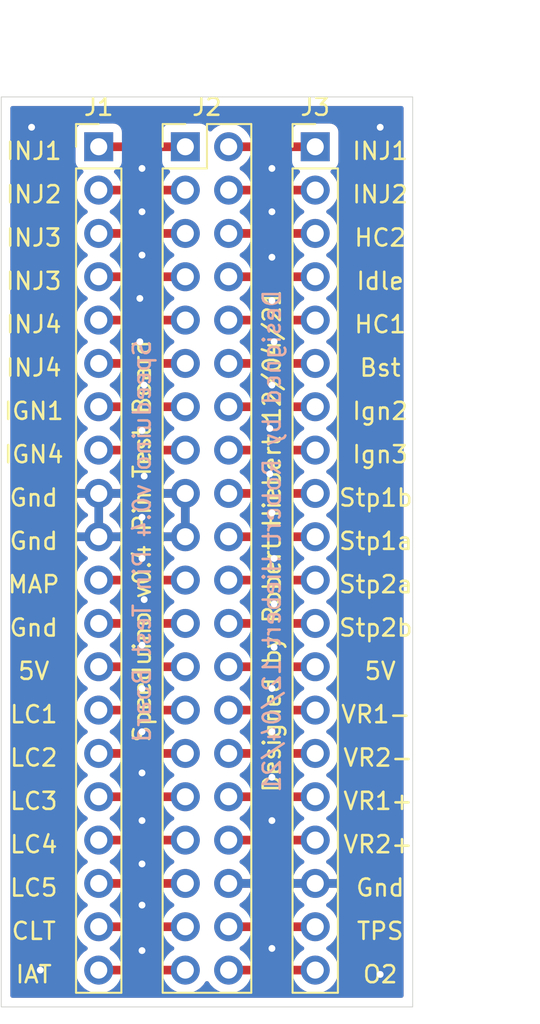
<source format=kicad_pcb>
(kicad_pcb (version 20171130) (host pcbnew "(5.1.6)-1")

  (general
    (thickness 1.6)
    (drawings 50)
    (tracks 80)
    (zones 0)
    (modules 3)
    (nets 40)
  )

  (page A4)
  (layers
    (0 F.Cu signal)
    (31 B.Cu signal)
    (32 B.Adhes user)
    (33 F.Adhes user)
    (34 B.Paste user)
    (35 F.Paste user)
    (36 B.SilkS user)
    (37 F.SilkS user)
    (38 B.Mask user)
    (39 F.Mask user)
    (40 Dwgs.User user)
    (41 Cmts.User user)
    (42 Eco1.User user)
    (43 Eco2.User user)
    (44 Edge.Cuts user)
    (45 Margin user)
    (46 B.CrtYd user)
    (47 F.CrtYd user)
    (48 B.Fab user)
    (49 F.Fab user)
  )

  (setup
    (last_trace_width 0.25)
    (trace_clearance 0.2)
    (zone_clearance 0.508)
    (zone_45_only no)
    (trace_min 0.2)
    (via_size 0.8)
    (via_drill 0.4)
    (via_min_size 0.4)
    (via_min_drill 0.3)
    (uvia_size 0.3)
    (uvia_drill 0.1)
    (uvias_allowed no)
    (uvia_min_size 0.2)
    (uvia_min_drill 0.1)
    (edge_width 0.05)
    (segment_width 0.2)
    (pcb_text_width 0.3)
    (pcb_text_size 1.5 1.5)
    (mod_edge_width 0.12)
    (mod_text_size 1 1)
    (mod_text_width 0.15)
    (pad_size 1.524 1.524)
    (pad_drill 0.762)
    (pad_to_mask_clearance 0.05)
    (aux_axis_origin 0 0)
    (visible_elements 7FFFF7FF)
    (pcbplotparams
      (layerselection 0x010fc_ffffffff)
      (usegerberextensions false)
      (usegerberattributes true)
      (usegerberadvancedattributes true)
      (creategerberjobfile true)
      (excludeedgelayer true)
      (linewidth 0.100000)
      (plotframeref false)
      (viasonmask false)
      (mode 1)
      (useauxorigin false)
      (hpglpennumber 1)
      (hpglpenspeed 20)
      (hpglpendiameter 15.000000)
      (psnegative false)
      (psa4output false)
      (plotreference true)
      (plotvalue true)
      (plotinvisibletext false)
      (padsonsilk false)
      (subtractmaskfromsilk false)
      (outputformat 1)
      (mirror false)
      (drillshape 0)
      (scaleselection 1)
      (outputdirectory ""))
  )

  (net 0 "")
  (net 1 "Net-(J1-Pad20)")
  (net 2 "Net-(J1-Pad19)")
  (net 3 "Net-(J1-Pad18)")
  (net 4 "Net-(J1-Pad17)")
  (net 5 "Net-(J1-Pad16)")
  (net 6 "Net-(J1-Pad15)")
  (net 7 "Net-(J1-Pad14)")
  (net 8 "Net-(J1-Pad13)")
  (net 9 "Net-(J1-Pad12)")
  (net 10 "Net-(J1-Pad11)")
  (net 11 "Net-(J1-Pad8)")
  (net 12 "Net-(J1-Pad7)")
  (net 13 "Net-(J1-Pad6)")
  (net 14 "Net-(J1-Pad5)")
  (net 15 "Net-(J1-Pad4)")
  (net 16 "Net-(J1-Pad3)")
  (net 17 "Net-(J1-Pad2)")
  (net 18 "Net-(J1-Pad1)")
  (net 19 "Net-(J2-Pad40)")
  (net 20 "Net-(J2-Pad39)")
  (net 21 "Net-(J2-Pad38)")
  (net 22 "Net-(J2-Pad37)")
  (net 23 "Net-(J2-Pad36)")
  (net 24 "Net-(J2-Pad35)")
  (net 25 "Net-(J2-Pad34)")
  (net 26 "Net-(J2-Pad33)")
  (net 27 "Net-(J2-Pad32)")
  (net 28 "Net-(J2-Pad31)")
  (net 29 "Net-(J2-Pad30)")
  (net 30 "Net-(J2-Pad29)")
  (net 31 "Net-(J2-Pad28)")
  (net 32 "Net-(J2-Pad27)")
  (net 33 "Net-(J2-Pad26)")
  (net 34 "Net-(J2-Pad25)")
  (net 35 "Net-(J2-Pad24)")
  (net 36 "Net-(J2-Pad23)")
  (net 37 "Net-(J2-Pad22)")
  (net 38 "Net-(J2-Pad21)")
  (net 39 GND)

  (net_class Default "This is the default net class."
    (clearance 0.2)
    (trace_width 0.25)
    (via_dia 0.8)
    (via_drill 0.4)
    (uvia_dia 0.3)
    (uvia_drill 0.1)
    (add_net GND)
    (add_net "Net-(J1-Pad1)")
    (add_net "Net-(J1-Pad11)")
    (add_net "Net-(J1-Pad12)")
    (add_net "Net-(J1-Pad13)")
    (add_net "Net-(J1-Pad14)")
    (add_net "Net-(J1-Pad15)")
    (add_net "Net-(J1-Pad16)")
    (add_net "Net-(J1-Pad17)")
    (add_net "Net-(J1-Pad18)")
    (add_net "Net-(J1-Pad19)")
    (add_net "Net-(J1-Pad2)")
    (add_net "Net-(J1-Pad20)")
    (add_net "Net-(J1-Pad3)")
    (add_net "Net-(J1-Pad4)")
    (add_net "Net-(J1-Pad5)")
    (add_net "Net-(J1-Pad6)")
    (add_net "Net-(J1-Pad7)")
    (add_net "Net-(J1-Pad8)")
    (add_net "Net-(J2-Pad21)")
    (add_net "Net-(J2-Pad22)")
    (add_net "Net-(J2-Pad24)")
    (add_net "Net-(J2-Pad25)")
    (add_net "Net-(J2-Pad26)")
    (add_net "Net-(J2-Pad27)")
    (add_net "Net-(J2-Pad28)")
    (add_net "Net-(J2-Pad29)")
    (add_net "Net-(J2-Pad30)")
    (add_net "Net-(J2-Pad31)")
    (add_net "Net-(J2-Pad32)")
    (add_net "Net-(J2-Pad33)")
    (add_net "Net-(J2-Pad34)")
    (add_net "Net-(J2-Pad35)")
    (add_net "Net-(J2-Pad36)")
    (add_net "Net-(J2-Pad37)")
    (add_net "Net-(J2-Pad38)")
    (add_net "Net-(J2-Pad39)")
    (add_net "Net-(J2-Pad40)")
  )

  (module "Speeduino Pin Test Board:PinHeader_2x20_P2.54mm_Vertical_CW" (layer F.Cu) (tedit 61ABC463) (tstamp 61AC201D)
    (at 137.16 58.166)
    (descr "Through hole straight pin header, 2x20, 2.54mm pitch, double rows")
    (tags "Through hole pin header THT 2x20 2.54mm double row")
    (path /61AC0F6C)
    (fp_text reference J2 (at 1.27 -2.33) (layer F.SilkS)
      (effects (font (size 1 1) (thickness 0.15)))
    )
    (fp_text value Conn_02x20_Counter_Clockwise (at 1.27 50.59) (layer F.Fab)
      (effects (font (size 1 1) (thickness 0.15)))
    )
    (fp_line (start 0 -1.27) (end 3.81 -1.27) (layer F.Fab) (width 0.1))
    (fp_line (start 3.81 -1.27) (end 3.81 49.53) (layer F.Fab) (width 0.1))
    (fp_line (start 3.81 49.53) (end -1.27 49.53) (layer F.Fab) (width 0.1))
    (fp_line (start -1.27 49.53) (end -1.27 0) (layer F.Fab) (width 0.1))
    (fp_line (start -1.27 0) (end 0 -1.27) (layer F.Fab) (width 0.1))
    (fp_line (start -1.33 49.59) (end 3.87 49.59) (layer F.SilkS) (width 0.12))
    (fp_line (start -1.33 1.27) (end -1.33 49.59) (layer F.SilkS) (width 0.12))
    (fp_line (start 3.87 -1.33) (end 3.87 49.59) (layer F.SilkS) (width 0.12))
    (fp_line (start -1.33 1.27) (end 1.27 1.27) (layer F.SilkS) (width 0.12))
    (fp_line (start 1.27 1.27) (end 1.27 -1.33) (layer F.SilkS) (width 0.12))
    (fp_line (start 1.27 -1.33) (end 3.87 -1.33) (layer F.SilkS) (width 0.12))
    (fp_line (start -1.33 0) (end -1.33 -1.33) (layer F.SilkS) (width 0.12))
    (fp_line (start -1.33 -1.33) (end 0 -1.33) (layer F.SilkS) (width 0.12))
    (fp_line (start -1.8 -1.8) (end -1.8 50.05) (layer F.CrtYd) (width 0.05))
    (fp_line (start -1.8 50.05) (end 4.35 50.05) (layer F.CrtYd) (width 0.05))
    (fp_line (start 4.35 50.05) (end 4.35 -1.8) (layer F.CrtYd) (width 0.05))
    (fp_line (start 4.35 -1.8) (end -1.8 -1.8) (layer F.CrtYd) (width 0.05))
    (fp_text user %R (at 1.27 24.13 90) (layer F.Fab)
      (effects (font (size 1 1) (thickness 0.15)))
    )
    (pad 21 thru_hole oval (at 2.54 48.26) (size 1.7 1.7) (drill 1) (layers *.Cu *.Mask)
      (net 38 "Net-(J2-Pad21)"))
    (pad 20 thru_hole oval (at 0 48.26) (size 1.7 1.7) (drill 1) (layers *.Cu *.Mask)
      (net 1 "Net-(J1-Pad20)"))
    (pad 22 thru_hole oval (at 2.54 45.72) (size 1.7 1.7) (drill 1) (layers *.Cu *.Mask)
      (net 37 "Net-(J2-Pad22)"))
    (pad 19 thru_hole oval (at 0 45.72) (size 1.7 1.7) (drill 1) (layers *.Cu *.Mask)
      (net 2 "Net-(J1-Pad19)"))
    (pad 23 thru_hole oval (at 2.54 43.18) (size 1.7 1.7) (drill 1) (layers *.Cu *.Mask)
      (net 39 GND))
    (pad 18 thru_hole oval (at 0 43.18) (size 1.7 1.7) (drill 1) (layers *.Cu *.Mask)
      (net 3 "Net-(J1-Pad18)"))
    (pad 24 thru_hole oval (at 2.54 40.64) (size 1.7 1.7) (drill 1) (layers *.Cu *.Mask)
      (net 35 "Net-(J2-Pad24)"))
    (pad 17 thru_hole oval (at 0 40.64) (size 1.7 1.7) (drill 1) (layers *.Cu *.Mask)
      (net 4 "Net-(J1-Pad17)"))
    (pad 25 thru_hole oval (at 2.54 38.1) (size 1.7 1.7) (drill 1) (layers *.Cu *.Mask)
      (net 34 "Net-(J2-Pad25)"))
    (pad 16 thru_hole oval (at 0 38.1) (size 1.7 1.7) (drill 1) (layers *.Cu *.Mask)
      (net 5 "Net-(J1-Pad16)"))
    (pad 26 thru_hole oval (at 2.54 35.56) (size 1.7 1.7) (drill 1) (layers *.Cu *.Mask)
      (net 33 "Net-(J2-Pad26)"))
    (pad 15 thru_hole oval (at 0 35.56) (size 1.7 1.7) (drill 1) (layers *.Cu *.Mask)
      (net 6 "Net-(J1-Pad15)"))
    (pad 27 thru_hole oval (at 2.54 33.02) (size 1.7 1.7) (drill 1) (layers *.Cu *.Mask)
      (net 32 "Net-(J2-Pad27)"))
    (pad 14 thru_hole oval (at 0 33.02) (size 1.7 1.7) (drill 1) (layers *.Cu *.Mask)
      (net 7 "Net-(J1-Pad14)"))
    (pad 28 thru_hole oval (at 2.54 30.48) (size 1.7 1.7) (drill 1) (layers *.Cu *.Mask)
      (net 31 "Net-(J2-Pad28)"))
    (pad 13 thru_hole oval (at 0 30.48) (size 1.7 1.7) (drill 1) (layers *.Cu *.Mask)
      (net 8 "Net-(J1-Pad13)"))
    (pad 29 thru_hole oval (at 2.54 27.94) (size 1.7 1.7) (drill 1) (layers *.Cu *.Mask)
      (net 30 "Net-(J2-Pad29)"))
    (pad 12 thru_hole oval (at 0 27.94) (size 1.7 1.7) (drill 1) (layers *.Cu *.Mask)
      (net 9 "Net-(J1-Pad12)"))
    (pad 30 thru_hole oval (at 2.54 25.4) (size 1.7 1.7) (drill 1) (layers *.Cu *.Mask)
      (net 29 "Net-(J2-Pad30)"))
    (pad 11 thru_hole oval (at 0 25.4) (size 1.7 1.7) (drill 1) (layers *.Cu *.Mask)
      (net 10 "Net-(J1-Pad11)"))
    (pad 31 thru_hole oval (at 2.54 22.86) (size 1.7 1.7) (drill 1) (layers *.Cu *.Mask)
      (net 28 "Net-(J2-Pad31)"))
    (pad 10 thru_hole oval (at 0 22.86) (size 1.7 1.7) (drill 1) (layers *.Cu *.Mask)
      (net 39 GND))
    (pad 32 thru_hole oval (at 2.54 20.32) (size 1.7 1.7) (drill 1) (layers *.Cu *.Mask)
      (net 27 "Net-(J2-Pad32)"))
    (pad 9 thru_hole oval (at 0 20.32) (size 1.7 1.7) (drill 1) (layers *.Cu *.Mask)
      (net 39 GND))
    (pad 33 thru_hole oval (at 2.54 17.78) (size 1.7 1.7) (drill 1) (layers *.Cu *.Mask)
      (net 26 "Net-(J2-Pad33)"))
    (pad 8 thru_hole oval (at 0 17.78) (size 1.7 1.7) (drill 1) (layers *.Cu *.Mask)
      (net 11 "Net-(J1-Pad8)"))
    (pad 34 thru_hole oval (at 2.54 15.24) (size 1.7 1.7) (drill 1) (layers *.Cu *.Mask)
      (net 25 "Net-(J2-Pad34)"))
    (pad 7 thru_hole oval (at 0 15.24) (size 1.7 1.7) (drill 1) (layers *.Cu *.Mask)
      (net 12 "Net-(J1-Pad7)"))
    (pad 35 thru_hole oval (at 2.54 12.7) (size 1.7 1.7) (drill 1) (layers *.Cu *.Mask)
      (net 24 "Net-(J2-Pad35)"))
    (pad 6 thru_hole oval (at 0 12.7) (size 1.7 1.7) (drill 1) (layers *.Cu *.Mask)
      (net 13 "Net-(J1-Pad6)"))
    (pad 36 thru_hole oval (at 2.54 10.16) (size 1.7 1.7) (drill 1) (layers *.Cu *.Mask)
      (net 23 "Net-(J2-Pad36)"))
    (pad 5 thru_hole oval (at 0 10.16) (size 1.7 1.7) (drill 1) (layers *.Cu *.Mask)
      (net 14 "Net-(J1-Pad5)"))
    (pad 37 thru_hole oval (at 2.54 7.62) (size 1.7 1.7) (drill 1) (layers *.Cu *.Mask)
      (net 22 "Net-(J2-Pad37)"))
    (pad 4 thru_hole oval (at 0 7.62) (size 1.7 1.7) (drill 1) (layers *.Cu *.Mask)
      (net 15 "Net-(J1-Pad4)"))
    (pad 38 thru_hole oval (at 2.54 5.08) (size 1.7 1.7) (drill 1) (layers *.Cu *.Mask)
      (net 21 "Net-(J2-Pad38)"))
    (pad 3 thru_hole oval (at 0 5.08) (size 1.7 1.7) (drill 1) (layers *.Cu *.Mask)
      (net 16 "Net-(J1-Pad3)"))
    (pad 39 thru_hole oval (at 2.54 2.54) (size 1.7 1.7) (drill 1) (layers *.Cu *.Mask)
      (net 20 "Net-(J2-Pad39)"))
    (pad 2 thru_hole oval (at 0 2.54) (size 1.7 1.7) (drill 1) (layers *.Cu *.Mask)
      (net 17 "Net-(J1-Pad2)"))
    (pad 40 thru_hole oval (at 2.54 0) (size 1.7 1.7) (drill 1) (layers *.Cu *.Mask)
      (net 19 "Net-(J2-Pad40)"))
    (pad 1 thru_hole rect (at 0 0) (size 1.7 1.7) (drill 1) (layers *.Cu *.Mask)
      (net 18 "Net-(J1-Pad1)"))
    (model ${KISYS3DMOD}/Connector_PinHeader_2.54mm.3dshapes/PinHeader_2x20_P2.54mm_Vertical.wrl
      (at (xyz 0 0 0))
      (scale (xyz 1 1 1))
      (rotate (xyz 0 0 0))
    )
  )

  (module Connector_PinHeader_2.54mm:PinHeader_1x20_P2.54mm_Vertical (layer F.Cu) (tedit 59FED5CC) (tstamp 61AC2045)
    (at 144.78 58.166)
    (descr "Through hole straight pin header, 1x20, 2.54mm pitch, single row")
    (tags "Through hole pin header THT 1x20 2.54mm single row")
    (path /61AC29F9)
    (fp_text reference J3 (at 0 -2.33) (layer F.SilkS)
      (effects (font (size 1 1) (thickness 0.15)))
    )
    (fp_text value Conn_01x20 (at 0 50.59) (layer F.Fab)
      (effects (font (size 1 1) (thickness 0.15)))
    )
    (fp_line (start -0.635 -1.27) (end 1.27 -1.27) (layer F.Fab) (width 0.1))
    (fp_line (start 1.27 -1.27) (end 1.27 49.53) (layer F.Fab) (width 0.1))
    (fp_line (start 1.27 49.53) (end -1.27 49.53) (layer F.Fab) (width 0.1))
    (fp_line (start -1.27 49.53) (end -1.27 -0.635) (layer F.Fab) (width 0.1))
    (fp_line (start -1.27 -0.635) (end -0.635 -1.27) (layer F.Fab) (width 0.1))
    (fp_line (start -1.33 49.59) (end 1.33 49.59) (layer F.SilkS) (width 0.12))
    (fp_line (start -1.33 1.27) (end -1.33 49.59) (layer F.SilkS) (width 0.12))
    (fp_line (start 1.33 1.27) (end 1.33 49.59) (layer F.SilkS) (width 0.12))
    (fp_line (start -1.33 1.27) (end 1.33 1.27) (layer F.SilkS) (width 0.12))
    (fp_line (start -1.33 0) (end -1.33 -1.33) (layer F.SilkS) (width 0.12))
    (fp_line (start -1.33 -1.33) (end 0 -1.33) (layer F.SilkS) (width 0.12))
    (fp_line (start -1.8 -1.8) (end -1.8 50.05) (layer F.CrtYd) (width 0.05))
    (fp_line (start -1.8 50.05) (end 1.8 50.05) (layer F.CrtYd) (width 0.05))
    (fp_line (start 1.8 50.05) (end 1.8 -1.8) (layer F.CrtYd) (width 0.05))
    (fp_line (start 1.8 -1.8) (end -1.8 -1.8) (layer F.CrtYd) (width 0.05))
    (fp_text user %R (at 0 24.13 90) (layer F.Fab)
      (effects (font (size 1 1) (thickness 0.15)))
    )
    (pad 20 thru_hole oval (at 0 48.26) (size 1.7 1.7) (drill 1) (layers *.Cu *.Mask)
      (net 38 "Net-(J2-Pad21)"))
    (pad 19 thru_hole oval (at 0 45.72) (size 1.7 1.7) (drill 1) (layers *.Cu *.Mask)
      (net 37 "Net-(J2-Pad22)"))
    (pad 18 thru_hole oval (at 0 43.18) (size 1.7 1.7) (drill 1) (layers *.Cu *.Mask)
      (net 39 GND))
    (pad 17 thru_hole oval (at 0 40.64) (size 1.7 1.7) (drill 1) (layers *.Cu *.Mask)
      (net 35 "Net-(J2-Pad24)"))
    (pad 16 thru_hole oval (at 0 38.1) (size 1.7 1.7) (drill 1) (layers *.Cu *.Mask)
      (net 34 "Net-(J2-Pad25)"))
    (pad 15 thru_hole oval (at 0 35.56) (size 1.7 1.7) (drill 1) (layers *.Cu *.Mask)
      (net 33 "Net-(J2-Pad26)"))
    (pad 14 thru_hole oval (at 0 33.02) (size 1.7 1.7) (drill 1) (layers *.Cu *.Mask)
      (net 32 "Net-(J2-Pad27)"))
    (pad 13 thru_hole oval (at 0 30.48) (size 1.7 1.7) (drill 1) (layers *.Cu *.Mask)
      (net 31 "Net-(J2-Pad28)"))
    (pad 12 thru_hole oval (at 0 27.94) (size 1.7 1.7) (drill 1) (layers *.Cu *.Mask)
      (net 30 "Net-(J2-Pad29)"))
    (pad 11 thru_hole oval (at 0 25.4) (size 1.7 1.7) (drill 1) (layers *.Cu *.Mask)
      (net 29 "Net-(J2-Pad30)"))
    (pad 10 thru_hole oval (at 0 22.86) (size 1.7 1.7) (drill 1) (layers *.Cu *.Mask)
      (net 28 "Net-(J2-Pad31)"))
    (pad 9 thru_hole oval (at 0 20.32) (size 1.7 1.7) (drill 1) (layers *.Cu *.Mask)
      (net 27 "Net-(J2-Pad32)"))
    (pad 8 thru_hole oval (at 0 17.78) (size 1.7 1.7) (drill 1) (layers *.Cu *.Mask)
      (net 26 "Net-(J2-Pad33)"))
    (pad 7 thru_hole oval (at 0 15.24) (size 1.7 1.7) (drill 1) (layers *.Cu *.Mask)
      (net 25 "Net-(J2-Pad34)"))
    (pad 6 thru_hole oval (at 0 12.7) (size 1.7 1.7) (drill 1) (layers *.Cu *.Mask)
      (net 24 "Net-(J2-Pad35)"))
    (pad 5 thru_hole oval (at 0 10.16) (size 1.7 1.7) (drill 1) (layers *.Cu *.Mask)
      (net 23 "Net-(J2-Pad36)"))
    (pad 4 thru_hole oval (at 0 7.62) (size 1.7 1.7) (drill 1) (layers *.Cu *.Mask)
      (net 22 "Net-(J2-Pad37)"))
    (pad 3 thru_hole oval (at 0 5.08) (size 1.7 1.7) (drill 1) (layers *.Cu *.Mask)
      (net 21 "Net-(J2-Pad38)"))
    (pad 2 thru_hole oval (at 0 2.54) (size 1.7 1.7) (drill 1) (layers *.Cu *.Mask)
      (net 20 "Net-(J2-Pad39)"))
    (pad 1 thru_hole rect (at 0 0) (size 1.7 1.7) (drill 1) (layers *.Cu *.Mask)
      (net 19 "Net-(J2-Pad40)"))
    (model ${KISYS3DMOD}/Connector_PinHeader_2.54mm.3dshapes/PinHeader_1x20_P2.54mm_Vertical.wrl
      (at (xyz 0 0 0))
      (scale (xyz 1 1 1))
      (rotate (xyz 0 0 0))
    )
  )

  (module Connector_PinHeader_2.54mm:PinHeader_1x20_P2.54mm_Vertical (layer F.Cu) (tedit 59FED5CC) (tstamp 61AC1FDF)
    (at 132.08 58.166)
    (descr "Through hole straight pin header, 1x20, 2.54mm pitch, single row")
    (tags "Through hole pin header THT 1x20 2.54mm single row")
    (path /61AC413D)
    (fp_text reference J1 (at 0 -2.33) (layer F.SilkS)
      (effects (font (size 1 1) (thickness 0.15)))
    )
    (fp_text value Conn_01x20 (at 0 50.59) (layer F.Fab)
      (effects (font (size 1 1) (thickness 0.15)))
    )
    (fp_line (start -0.635 -1.27) (end 1.27 -1.27) (layer F.Fab) (width 0.1))
    (fp_line (start 1.27 -1.27) (end 1.27 49.53) (layer F.Fab) (width 0.1))
    (fp_line (start 1.27 49.53) (end -1.27 49.53) (layer F.Fab) (width 0.1))
    (fp_line (start -1.27 49.53) (end -1.27 -0.635) (layer F.Fab) (width 0.1))
    (fp_line (start -1.27 -0.635) (end -0.635 -1.27) (layer F.Fab) (width 0.1))
    (fp_line (start -1.33 49.59) (end 1.33 49.59) (layer F.SilkS) (width 0.12))
    (fp_line (start -1.33 1.27) (end -1.33 49.59) (layer F.SilkS) (width 0.12))
    (fp_line (start 1.33 1.27) (end 1.33 49.59) (layer F.SilkS) (width 0.12))
    (fp_line (start -1.33 1.27) (end 1.33 1.27) (layer F.SilkS) (width 0.12))
    (fp_line (start -1.33 0) (end -1.33 -1.33) (layer F.SilkS) (width 0.12))
    (fp_line (start -1.33 -1.33) (end 0 -1.33) (layer F.SilkS) (width 0.12))
    (fp_line (start -1.8 -1.8) (end -1.8 50.05) (layer F.CrtYd) (width 0.05))
    (fp_line (start -1.8 50.05) (end 1.8 50.05) (layer F.CrtYd) (width 0.05))
    (fp_line (start 1.8 50.05) (end 1.8 -1.8) (layer F.CrtYd) (width 0.05))
    (fp_line (start 1.8 -1.8) (end -1.8 -1.8) (layer F.CrtYd) (width 0.05))
    (fp_text user %R (at 0 24.13 90) (layer F.Fab)
      (effects (font (size 1 1) (thickness 0.15)))
    )
    (pad 20 thru_hole oval (at 0 48.26) (size 1.7 1.7) (drill 1) (layers *.Cu *.Mask)
      (net 1 "Net-(J1-Pad20)"))
    (pad 19 thru_hole oval (at 0 45.72) (size 1.7 1.7) (drill 1) (layers *.Cu *.Mask)
      (net 2 "Net-(J1-Pad19)"))
    (pad 18 thru_hole oval (at 0 43.18) (size 1.7 1.7) (drill 1) (layers *.Cu *.Mask)
      (net 3 "Net-(J1-Pad18)"))
    (pad 17 thru_hole oval (at 0 40.64) (size 1.7 1.7) (drill 1) (layers *.Cu *.Mask)
      (net 4 "Net-(J1-Pad17)"))
    (pad 16 thru_hole oval (at 0 38.1) (size 1.7 1.7) (drill 1) (layers *.Cu *.Mask)
      (net 5 "Net-(J1-Pad16)"))
    (pad 15 thru_hole oval (at 0 35.56) (size 1.7 1.7) (drill 1) (layers *.Cu *.Mask)
      (net 6 "Net-(J1-Pad15)"))
    (pad 14 thru_hole oval (at 0 33.02) (size 1.7 1.7) (drill 1) (layers *.Cu *.Mask)
      (net 7 "Net-(J1-Pad14)"))
    (pad 13 thru_hole oval (at 0 30.48) (size 1.7 1.7) (drill 1) (layers *.Cu *.Mask)
      (net 8 "Net-(J1-Pad13)"))
    (pad 12 thru_hole oval (at 0 27.94) (size 1.7 1.7) (drill 1) (layers *.Cu *.Mask)
      (net 9 "Net-(J1-Pad12)"))
    (pad 11 thru_hole oval (at 0 25.4) (size 1.7 1.7) (drill 1) (layers *.Cu *.Mask)
      (net 10 "Net-(J1-Pad11)"))
    (pad 10 thru_hole oval (at 0 22.86) (size 1.7 1.7) (drill 1) (layers *.Cu *.Mask)
      (net 39 GND))
    (pad 9 thru_hole oval (at 0 20.32) (size 1.7 1.7) (drill 1) (layers *.Cu *.Mask)
      (net 39 GND))
    (pad 8 thru_hole oval (at 0 17.78) (size 1.7 1.7) (drill 1) (layers *.Cu *.Mask)
      (net 11 "Net-(J1-Pad8)"))
    (pad 7 thru_hole oval (at 0 15.24) (size 1.7 1.7) (drill 1) (layers *.Cu *.Mask)
      (net 12 "Net-(J1-Pad7)"))
    (pad 6 thru_hole oval (at 0 12.7) (size 1.7 1.7) (drill 1) (layers *.Cu *.Mask)
      (net 13 "Net-(J1-Pad6)"))
    (pad 5 thru_hole oval (at 0 10.16) (size 1.7 1.7) (drill 1) (layers *.Cu *.Mask)
      (net 14 "Net-(J1-Pad5)"))
    (pad 4 thru_hole oval (at 0 7.62) (size 1.7 1.7) (drill 1) (layers *.Cu *.Mask)
      (net 15 "Net-(J1-Pad4)"))
    (pad 3 thru_hole oval (at 0 5.08) (size 1.7 1.7) (drill 1) (layers *.Cu *.Mask)
      (net 16 "Net-(J1-Pad3)"))
    (pad 2 thru_hole oval (at 0 2.54) (size 1.7 1.7) (drill 1) (layers *.Cu *.Mask)
      (net 17 "Net-(J1-Pad2)"))
    (pad 1 thru_hole rect (at 0 0) (size 1.7 1.7) (drill 1) (layers *.Cu *.Mask)
      (net 18 "Net-(J1-Pad1)"))
    (model ${KISYS3DMOD}/Connector_PinHeader_2.54mm.3dshapes/PinHeader_1x20_P2.54mm_Vertical.wrl
      (at (xyz 0 0 0))
      (scale (xyz 1 1 1))
      (rotate (xyz 0 0 0))
    )
  )

  (dimension 53.34 (width 0.15) (layer Dwgs.User)
    (gr_text "2.1000 in" (at 156.621 81.915 270) (layer Dwgs.User)
      (effects (font (size 1 1) (thickness 0.15)))
    )
    (feature1 (pts (xy 150.495 108.585) (xy 155.907421 108.585)))
    (feature2 (pts (xy 150.495 55.245) (xy 155.907421 55.245)))
    (crossbar (pts (xy 155.321 55.245) (xy 155.321 108.585)))
    (arrow1a (pts (xy 155.321 108.585) (xy 154.734579 107.458496)))
    (arrow1b (pts (xy 155.321 108.585) (xy 155.907421 107.458496)))
    (arrow2a (pts (xy 155.321 55.245) (xy 154.734579 56.371504)))
    (arrow2b (pts (xy 155.321 55.245) (xy 155.907421 56.371504)))
  )
  (dimension 24.13 (width 0.15) (layer Dwgs.User)
    (gr_text "0.9500 in" (at 138.43 50.262) (layer Dwgs.User)
      (effects (font (size 1 1) (thickness 0.15)))
    )
    (feature1 (pts (xy 150.495 55.245) (xy 150.495 50.975579)))
    (feature2 (pts (xy 126.365 55.245) (xy 126.365 50.975579)))
    (crossbar (pts (xy 126.365 51.562) (xy 150.495 51.562)))
    (arrow1a (pts (xy 150.495 51.562) (xy 149.368496 52.148421)))
    (arrow1b (pts (xy 150.495 51.562) (xy 149.368496 50.975579)))
    (arrow2a (pts (xy 126.365 51.562) (xy 127.491504 52.148421)))
    (arrow2b (pts (xy 126.365 51.562) (xy 127.491504 50.975579)))
  )
  (gr_line (start 126.365 108.585) (end 126.365 55.245) (layer Edge.Cuts) (width 0.05) (tstamp 61AC3397))
  (gr_line (start 150.495 108.585) (end 126.365 108.585) (layer Edge.Cuts) (width 0.05))
  (gr_line (start 150.495 55.245) (end 150.495 108.585) (layer Edge.Cuts) (width 0.05))
  (gr_line (start 126.365 55.245) (end 150.495 55.245) (layer Edge.Cuts) (width 0.05))
  (gr_text "Designed by Robert Hiebert 12/04/21" (at 142.24 81.28 90) (layer B.SilkS)
    (effects (font (size 1 1) (thickness 0.15)) (justify mirror))
  )
  (gr_text "Speeduino v0.4 Pin Test Board" (at 134.62 81.28 90) (layer B.SilkS)
    (effects (font (size 1 1) (thickness 0.15)) (justify mirror))
  )
  (gr_text "Designed by Robert Hiebert 12/04/21" (at 142.24 81.28 90) (layer F.SilkS)
    (effects (font (size 1 1) (thickness 0.15)))
  )
  (gr_text "Speeduino v0.4 Pin Test Board" (at 134.62 81.28 90) (layer F.SilkS)
    (effects (font (size 1 1) (thickness 0.15)))
  )
  (gr_text Idle (at 148.59 66.04) (layer F.SilkS)
    (effects (font (size 1 1) (thickness 0.15)))
  )
  (gr_text Bst (at 148.59 71.12) (layer F.SilkS)
    (effects (font (size 1 1) (thickness 0.15)))
  )
  (gr_text INJ1 (at 148.59 58.42) (layer F.SilkS)
    (effects (font (size 1 1) (thickness 0.15)))
  )
  (gr_text INJ2 (at 148.59 60.96) (layer F.SilkS)
    (effects (font (size 1 1) (thickness 0.15)))
  )
  (gr_text HC2 (at 148.59 63.5) (layer F.SilkS)
    (effects (font (size 1 1) (thickness 0.15)))
  )
  (gr_text HC1 (at 148.59 68.58) (layer F.SilkS)
    (effects (font (size 1 1) (thickness 0.15)))
  )
  (gr_text Ign2 (at 148.59 73.66) (layer F.SilkS)
    (effects (font (size 1 1) (thickness 0.15)))
  )
  (gr_text Ign3 (at 148.59 76.2) (layer F.SilkS)
    (effects (font (size 1 1) (thickness 0.15)))
  )
  (gr_text Stp1b (at 148.336 78.74) (layer F.SilkS)
    (effects (font (size 1 1) (thickness 0.15)))
  )
  (gr_text Stp1a (at 148.336 81.28) (layer F.SilkS)
    (effects (font (size 1 1) (thickness 0.15)))
  )
  (gr_text Stp2a (at 148.336 83.82) (layer F.SilkS)
    (effects (font (size 1 1) (thickness 0.15)))
  )
  (gr_text Stp2b (at 148.336 86.36) (layer F.SilkS)
    (effects (font (size 1 1) (thickness 0.15)))
  )
  (gr_text 5V (at 148.59 88.9) (layer F.SilkS)
    (effects (font (size 1 1) (thickness 0.15)))
  )
  (gr_text VR1- (at 148.336 91.44) (layer F.SilkS)
    (effects (font (size 1 1) (thickness 0.15)))
  )
  (gr_text VR2- (at 148.463 93.98) (layer F.SilkS)
    (effects (font (size 1 1) (thickness 0.15)))
  )
  (gr_text VR1+ (at 148.463 96.52) (layer F.SilkS)
    (effects (font (size 1 1) (thickness 0.15)))
  )
  (gr_text VR2+ (at 148.463 99.06) (layer F.SilkS)
    (effects (font (size 1 1) (thickness 0.15)))
  )
  (gr_text Gnd (at 148.59 101.6) (layer F.SilkS)
    (effects (font (size 1 1) (thickness 0.15)))
  )
  (gr_text TPS (at 148.59 104.14) (layer F.SilkS)
    (effects (font (size 1 1) (thickness 0.15)))
  )
  (gr_text O2 (at 148.59 106.68) (layer F.SilkS)
    (effects (font (size 1 1) (thickness 0.15)))
  )
  (gr_text IAT (at 128.27 106.68) (layer F.SilkS)
    (effects (font (size 1 1) (thickness 0.15)))
  )
  (gr_text CLT (at 128.27 104.14) (layer F.SilkS)
    (effects (font (size 1 1) (thickness 0.15)))
  )
  (gr_text LC5 (at 128.27 101.6) (layer F.SilkS)
    (effects (font (size 1 1) (thickness 0.15)))
  )
  (gr_text LC4 (at 128.27 99.06) (layer F.SilkS)
    (effects (font (size 1 1) (thickness 0.15)))
  )
  (gr_text LC3 (at 128.27 96.52) (layer F.SilkS)
    (effects (font (size 1 1) (thickness 0.15)))
  )
  (gr_text LC2 (at 128.27 93.98) (layer F.SilkS)
    (effects (font (size 1 1) (thickness 0.15)))
  )
  (gr_text LC1 (at 128.27 91.44) (layer F.SilkS)
    (effects (font (size 1 1) (thickness 0.15)))
  )
  (gr_text 5V (at 128.27 88.9) (layer F.SilkS)
    (effects (font (size 1 1) (thickness 0.15)))
  )
  (gr_text Gnd (at 128.27 86.36) (layer F.SilkS)
    (effects (font (size 1 1) (thickness 0.15)))
  )
  (gr_text MAP (at 128.27 83.82) (layer F.SilkS)
    (effects (font (size 1 1) (thickness 0.15)))
  )
  (gr_text Gnd (at 128.27 81.28) (layer F.SilkS)
    (effects (font (size 1 1) (thickness 0.15)))
  )
  (gr_text Gnd (at 128.27 78.74) (layer F.SilkS)
    (effects (font (size 1 1) (thickness 0.15)))
  )
  (gr_text "IGN4\n" (at 128.27 76.2) (layer F.SilkS)
    (effects (font (size 1 1) (thickness 0.15)))
  )
  (gr_text "IGN1\n" (at 128.27 73.66) (layer F.SilkS)
    (effects (font (size 1 1) (thickness 0.15)))
  )
  (gr_text INJ4 (at 128.27 71.12) (layer F.SilkS)
    (effects (font (size 1 1) (thickness 0.15)))
  )
  (gr_text INJ3 (at 128.27 66.04) (layer F.SilkS)
    (effects (font (size 1 1) (thickness 0.15)))
  )
  (gr_text INJ4 (at 128.27 68.58) (layer F.SilkS)
    (effects (font (size 1 1) (thickness 0.15)))
  )
  (gr_text INJ3 (at 128.27 63.5) (layer F.SilkS)
    (effects (font (size 1 1) (thickness 0.15)))
  )
  (gr_text INJ2 (at 128.27 60.96) (layer F.SilkS)
    (effects (font (size 1 1) (thickness 0.15)))
  )
  (gr_text INJ1 (at 128.27 58.42) (layer F.SilkS)
    (effects (font (size 1 1) (thickness 0.15)))
  )

  (segment (start 132.08 106.426) (end 137.16 106.426) (width 0.508) (layer F.Cu) (net 1))
  (segment (start 132.08 103.886) (end 137.16 103.886) (width 0.508) (layer F.Cu) (net 2))
  (segment (start 132.08 101.346) (end 137.16 101.346) (width 0.508) (layer F.Cu) (net 3))
  (segment (start 132.08 98.806) (end 137.16 98.806) (width 0.508) (layer F.Cu) (net 4))
  (segment (start 132.08 96.266) (end 137.16 96.266) (width 0.508) (layer F.Cu) (net 5))
  (segment (start 132.08 93.726) (end 137.16 93.726) (width 0.508) (layer F.Cu) (net 6))
  (segment (start 132.08 91.186) (end 137.16 91.186) (width 0.508) (layer F.Cu) (net 7))
  (segment (start 132.08 88.646) (end 137.16 88.646) (width 0.508) (layer F.Cu) (net 8))
  (segment (start 132.08 86.106) (end 137.16 86.106) (width 0.508) (layer F.Cu) (net 9))
  (segment (start 132.08 83.566) (end 137.16 83.566) (width 0.508) (layer F.Cu) (net 10))
  (segment (start 132.08 75.946) (end 137.16 75.946) (width 0.508) (layer F.Cu) (net 11))
  (segment (start 132.08 73.406) (end 137.16 73.406) (width 0.508) (layer F.Cu) (net 12))
  (segment (start 132.08 70.866) (end 137.16 70.866) (width 0.508) (layer F.Cu) (net 13))
  (segment (start 132.08 68.326) (end 137.16 68.326) (width 0.508) (layer F.Cu) (net 14))
  (segment (start 132.08 65.786) (end 137.16 65.786) (width 0.508) (layer F.Cu) (net 15))
  (segment (start 132.08 63.246) (end 137.16 63.246) (width 0.508) (layer F.Cu) (net 16))
  (segment (start 132.08 60.706) (end 137.16 60.706) (width 0.508) (layer F.Cu) (net 17))
  (segment (start 132.08 58.166) (end 137.16 58.166) (width 0.508) (layer F.Cu) (net 18))
  (segment (start 139.7 58.166) (end 144.78 58.166) (width 0.508) (layer F.Cu) (net 19))
  (segment (start 139.7 60.706) (end 144.78 60.706) (width 0.508) (layer F.Cu) (net 20))
  (segment (start 139.7 63.246) (end 144.78 63.246) (width 0.508) (layer F.Cu) (net 21))
  (segment (start 139.7 65.786) (end 144.78 65.786) (width 0.508) (layer F.Cu) (net 22))
  (segment (start 139.7 68.326) (end 144.78 68.326) (width 0.508) (layer F.Cu) (net 23))
  (segment (start 139.7 70.866) (end 144.78 70.866) (width 0.508) (layer F.Cu) (net 24))
  (segment (start 139.7 73.406) (end 144.78 73.406) (width 0.508) (layer F.Cu) (net 25))
  (segment (start 139.7 75.946) (end 144.78 75.946) (width 0.508) (layer F.Cu) (net 26))
  (segment (start 139.7 78.486) (end 144.78 78.486) (width 0.508) (layer F.Cu) (net 27))
  (segment (start 139.7 81.026) (end 144.78 81.026) (width 0.508) (layer F.Cu) (net 28))
  (segment (start 139.7 83.566) (end 144.78 83.566) (width 0.508) (layer F.Cu) (net 29))
  (segment (start 139.7 86.106) (end 144.78 86.106) (width 0.508) (layer F.Cu) (net 30))
  (segment (start 139.7 88.646) (end 144.78 88.646) (width 0.508) (layer F.Cu) (net 31))
  (segment (start 139.7 91.186) (end 144.78 91.186) (width 0.508) (layer F.Cu) (net 32))
  (segment (start 139.7 93.726) (end 144.78 93.726) (width 0.508) (layer F.Cu) (net 33))
  (segment (start 139.7 96.266) (end 144.78 96.266) (width 0.508) (layer F.Cu) (net 34))
  (segment (start 139.7 98.806) (end 144.78 98.806) (width 0.508) (layer F.Cu) (net 35))
  (segment (start 139.7 103.886) (end 144.78 103.886) (width 0.508) (layer F.Cu) (net 37))
  (segment (start 139.7 106.426) (end 144.78 106.426) (width 0.508) (layer F.Cu) (net 38))
  (segment (start 132.08 81.026) (end 137.16 81.026) (width 0.508) (layer F.Cu) (net 39))
  (segment (start 132.08 78.486) (end 137.16 78.486) (width 0.508) (layer F.Cu) (net 39))
  (segment (start 139.7 101.346) (end 144.78 101.346) (width 0.508) (layer F.Cu) (net 39))
  (via (at 142.24 105.156) (size 0.8) (drill 0.4) (layers F.Cu B.Cu) (net 39))
  (via (at 134.62 105.283) (size 0.8) (drill 0.4) (layers F.Cu B.Cu) (net 39))
  (via (at 134.62 102.616) (size 0.8) (drill 0.4) (layers F.Cu B.Cu) (net 39))
  (via (at 134.62 100.203) (size 0.8) (drill 0.4) (layers F.Cu B.Cu) (net 39))
  (via (at 134.62 97.663) (size 0.8) (drill 0.4) (layers F.Cu B.Cu) (net 39))
  (via (at 142.24 97.663) (size 0.8) (drill 0.4) (layers F.Cu B.Cu) (net 39))
  (via (at 142.24 95.123) (size 0.8) (drill 0.4) (layers F.Cu B.Cu) (net 39))
  (via (at 134.62 94.869) (size 0.8) (drill 0.4) (layers F.Cu B.Cu) (net 39))
  (via (at 134.62 92.456) (size 0.8) (drill 0.4) (layers F.Cu B.Cu) (net 39))
  (via (at 142.24 92.456) (size 0.8) (drill 0.4) (layers F.Cu B.Cu) (net 39))
  (via (at 134.62 89.916) (size 0.8) (drill 0.4) (layers F.Cu B.Cu) (net 39))
  (via (at 142.24 89.916) (size 0.8) (drill 0.4) (layers F.Cu B.Cu) (net 39))
  (via (at 134.62 87.376) (size 0.8) (drill 0.4) (layers F.Cu B.Cu) (net 39))
  (via (at 142.367 87.503) (size 0.8) (drill 0.4) (layers F.Cu B.Cu) (net 39))
  (via (at 142.367 84.963) (size 0.8) (drill 0.4) (layers F.Cu B.Cu) (net 39))
  (via (at 134.747 84.709) (size 0.8) (drill 0.4) (layers F.Cu B.Cu) (net 39))
  (via (at 142.367 82.296) (size 0.8) (drill 0.4) (layers F.Cu B.Cu) (net 39))
  (via (at 142.24 79.629) (size 0.8) (drill 0.4) (layers F.Cu B.Cu) (net 39))
  (via (at 142.113 77.343) (size 0.8) (drill 0.4) (layers F.Cu B.Cu) (net 39))
  (via (at 142.113 74.676) (size 0.8) (drill 0.4) (layers F.Cu B.Cu) (net 39))
  (via (at 134.62 74.803) (size 0.8) (drill 0.4) (layers F.Cu B.Cu) (net 39))
  (via (at 134.747 72.136) (size 0.8) (drill 0.4) (layers F.Cu B.Cu) (net 39))
  (via (at 134.747 77.47) (size 0.8) (drill 0.4) (layers F.Cu B.Cu) (net 39))
  (via (at 134.62 79.883) (size 0.8) (drill 0.4) (layers F.Cu B.Cu) (net 39))
  (via (at 134.62 82.296) (size 0.8) (drill 0.4) (layers F.Cu B.Cu) (net 39))
  (via (at 142.24 72.136) (size 0.8) (drill 0.4) (layers F.Cu B.Cu) (net 39))
  (via (at 142.367 69.596) (size 0.8) (drill 0.4) (layers F.Cu B.Cu) (net 39))
  (via (at 134.493 69.596) (size 0.8) (drill 0.4) (layers F.Cu B.Cu) (net 39))
  (via (at 134.493 67.056) (size 0.8) (drill 0.4) (layers F.Cu B.Cu) (net 39))
  (via (at 142.24 67.183) (size 0.8) (drill 0.4) (layers F.Cu B.Cu) (net 39))
  (via (at 142.24 64.643) (size 0.8) (drill 0.4) (layers F.Cu B.Cu) (net 39))
  (via (at 134.62 64.516) (size 0.8) (drill 0.4) (layers F.Cu B.Cu) (net 39))
  (via (at 134.62 61.976) (size 0.8) (drill 0.4) (layers F.Cu B.Cu) (net 39))
  (via (at 142.24 61.976) (size 0.8) (drill 0.4) (layers F.Cu B.Cu) (net 39))
  (via (at 142.24 59.436) (size 0.8) (drill 0.4) (layers F.Cu B.Cu) (net 39))
  (via (at 134.62 59.436) (size 0.8) (drill 0.4) (layers F.Cu B.Cu) (net 39))
  (via (at 128.143 57.023) (size 0.8) (drill 0.4) (layers F.Cu B.Cu) (net 39))
  (via (at 148.59 57.023) (size 0.8) (drill 0.4) (layers F.Cu B.Cu) (net 39))
  (via (at 148.59 106.68) (size 0.8) (drill 0.4) (layers F.Cu B.Cu) (net 39))
  (via (at 128.651 106.426) (size 0.8) (drill 0.4) (layers F.Cu B.Cu) (net 39))

  (zone (net 36) (net_name "Net-(J2-Pad23)") (layer B.Cu) (tstamp 0) (hatch edge 0.508)
    (connect_pads (clearance 0.508))
    (min_thickness 0.254)
    (fill yes (arc_segments 32) (thermal_gap 0.508) (thermal_bridge_width 0.508))
    (polygon
      (pts
        (xy 150.495 55.372) (xy 150.495 108.585) (xy 126.365 108.712) (xy 126.365 55.245)
      )
    )
  )
  (zone (net 39) (net_name GND) (layer F.Cu) (tstamp 0) (hatch edge 0.508)
    (connect_pads (clearance 0.508))
    (min_thickness 0.254)
    (fill yes (arc_segments 32) (thermal_gap 0.508) (thermal_bridge_width 0.508))
    (polygon
      (pts
        (xy 150.495 55.372) (xy 150.495 108.585) (xy 126.365 108.712) (xy 126.365 55.245)
      )
    )
    (filled_polygon
      (pts
        (xy 149.835001 107.925) (xy 127.025 107.925) (xy 127.025 78.84289) (xy 130.638524 78.84289) (xy 130.683175 78.990099)
        (xy 130.808359 79.25292) (xy 130.982412 79.486269) (xy 131.198645 79.681178) (xy 131.324255 79.756) (xy 131.198645 79.830822)
        (xy 130.982412 80.025731) (xy 130.808359 80.25908) (xy 130.683175 80.521901) (xy 130.638524 80.66911) (xy 130.759845 80.899)
        (xy 131.953 80.899) (xy 131.953 78.613) (xy 132.207 78.613) (xy 132.207 80.899) (xy 133.400155 80.899)
        (xy 133.521476 80.66911) (xy 133.476825 80.521901) (xy 133.351641 80.25908) (xy 133.177588 80.025731) (xy 132.961355 79.830822)
        (xy 132.835745 79.756) (xy 132.961355 79.681178) (xy 133.177588 79.486269) (xy 133.351641 79.25292) (xy 133.476825 78.990099)
        (xy 133.521476 78.84289) (xy 135.718524 78.84289) (xy 135.763175 78.990099) (xy 135.888359 79.25292) (xy 136.062412 79.486269)
        (xy 136.278645 79.681178) (xy 136.404255 79.756) (xy 136.278645 79.830822) (xy 136.062412 80.025731) (xy 135.888359 80.25908)
        (xy 135.763175 80.521901) (xy 135.718524 80.66911) (xy 135.839845 80.899) (xy 137.033 80.899) (xy 137.033 78.613)
        (xy 135.839845 78.613) (xy 135.718524 78.84289) (xy 133.521476 78.84289) (xy 133.400155 78.613) (xy 132.207 78.613)
        (xy 131.953 78.613) (xy 130.759845 78.613) (xy 130.638524 78.84289) (xy 127.025 78.84289) (xy 127.025 57.316)
        (xy 130.591928 57.316) (xy 130.591928 59.016) (xy 130.604188 59.140482) (xy 130.640498 59.26018) (xy 130.699463 59.370494)
        (xy 130.778815 59.467185) (xy 130.875506 59.546537) (xy 130.98582 59.605502) (xy 131.05838 59.627513) (xy 130.926525 59.759368)
        (xy 130.76401 60.002589) (xy 130.652068 60.272842) (xy 130.595 60.55974) (xy 130.595 60.85226) (xy 130.652068 61.139158)
        (xy 130.76401 61.409411) (xy 130.926525 61.652632) (xy 131.133368 61.859475) (xy 131.30776 61.976) (xy 131.133368 62.092525)
        (xy 130.926525 62.299368) (xy 130.76401 62.542589) (xy 130.652068 62.812842) (xy 130.595 63.09974) (xy 130.595 63.39226)
        (xy 130.652068 63.679158) (xy 130.76401 63.949411) (xy 130.926525 64.192632) (xy 131.133368 64.399475) (xy 131.30776 64.516)
        (xy 131.133368 64.632525) (xy 130.926525 64.839368) (xy 130.76401 65.082589) (xy 130.652068 65.352842) (xy 130.595 65.63974)
        (xy 130.595 65.93226) (xy 130.652068 66.219158) (xy 130.76401 66.489411) (xy 130.926525 66.732632) (xy 131.133368 66.939475)
        (xy 131.30776 67.056) (xy 131.133368 67.172525) (xy 130.926525 67.379368) (xy 130.76401 67.622589) (xy 130.652068 67.892842)
        (xy 130.595 68.17974) (xy 130.595 68.47226) (xy 130.652068 68.759158) (xy 130.76401 69.029411) (xy 130.926525 69.272632)
        (xy 131.133368 69.479475) (xy 131.30776 69.596) (xy 131.133368 69.712525) (xy 130.926525 69.919368) (xy 130.76401 70.162589)
        (xy 130.652068 70.432842) (xy 130.595 70.71974) (xy 130.595 71.01226) (xy 130.652068 71.299158) (xy 130.76401 71.569411)
        (xy 130.926525 71.812632) (xy 131.133368 72.019475) (xy 131.30776 72.136) (xy 131.133368 72.252525) (xy 130.926525 72.459368)
        (xy 130.76401 72.702589) (xy 130.652068 72.972842) (xy 130.595 73.25974) (xy 130.595 73.55226) (xy 130.652068 73.839158)
        (xy 130.76401 74.109411) (xy 130.926525 74.352632) (xy 131.133368 74.559475) (xy 131.30776 74.676) (xy 131.133368 74.792525)
        (xy 130.926525 74.999368) (xy 130.76401 75.242589) (xy 130.652068 75.512842) (xy 130.595 75.79974) (xy 130.595 76.09226)
        (xy 130.652068 76.379158) (xy 130.76401 76.649411) (xy 130.926525 76.892632) (xy 131.133368 77.099475) (xy 131.315534 77.221195)
        (xy 131.198645 77.290822) (xy 130.982412 77.485731) (xy 130.808359 77.71908) (xy 130.683175 77.981901) (xy 130.638524 78.12911)
        (xy 130.759845 78.359) (xy 131.953 78.359) (xy 131.953 78.339) (xy 132.207 78.339) (xy 132.207 78.359)
        (xy 133.400155 78.359) (xy 133.521476 78.12911) (xy 133.476825 77.981901) (xy 133.351641 77.71908) (xy 133.177588 77.485731)
        (xy 132.961355 77.290822) (xy 132.844466 77.221195) (xy 133.026632 77.099475) (xy 133.233475 76.892632) (xy 133.271983 76.835)
        (xy 135.968017 76.835) (xy 136.006525 76.892632) (xy 136.213368 77.099475) (xy 136.395534 77.221195) (xy 136.278645 77.290822)
        (xy 136.062412 77.485731) (xy 135.888359 77.71908) (xy 135.763175 77.981901) (xy 135.718524 78.12911) (xy 135.839845 78.359)
        (xy 137.033 78.359) (xy 137.033 78.339) (xy 137.287 78.339) (xy 137.287 78.359) (xy 137.307 78.359)
        (xy 137.307 78.613) (xy 137.287 78.613) (xy 137.287 80.899) (xy 137.307 80.899) (xy 137.307 81.153)
        (xy 137.287 81.153) (xy 137.287 81.173) (xy 137.033 81.173) (xy 137.033 81.153) (xy 135.839845 81.153)
        (xy 135.718524 81.38289) (xy 135.763175 81.530099) (xy 135.888359 81.79292) (xy 136.062412 82.026269) (xy 136.278645 82.221178)
        (xy 136.395534 82.290805) (xy 136.213368 82.412525) (xy 136.006525 82.619368) (xy 135.968017 82.677) (xy 133.271983 82.677)
        (xy 133.233475 82.619368) (xy 133.026632 82.412525) (xy 132.844466 82.290805) (xy 132.961355 82.221178) (xy 133.177588 82.026269)
        (xy 133.351641 81.79292) (xy 133.476825 81.530099) (xy 133.521476 81.38289) (xy 133.400155 81.153) (xy 132.207 81.153)
        (xy 132.207 81.173) (xy 131.953 81.173) (xy 131.953 81.153) (xy 130.759845 81.153) (xy 130.638524 81.38289)
        (xy 130.683175 81.530099) (xy 130.808359 81.79292) (xy 130.982412 82.026269) (xy 131.198645 82.221178) (xy 131.315534 82.290805)
        (xy 131.133368 82.412525) (xy 130.926525 82.619368) (xy 130.76401 82.862589) (xy 130.652068 83.132842) (xy 130.595 83.41974)
        (xy 130.595 83.71226) (xy 130.652068 83.999158) (xy 130.76401 84.269411) (xy 130.926525 84.512632) (xy 131.133368 84.719475)
        (xy 131.30776 84.836) (xy 131.133368 84.952525) (xy 130.926525 85.159368) (xy 130.76401 85.402589) (xy 130.652068 85.672842)
        (xy 130.595 85.95974) (xy 130.595 86.25226) (xy 130.652068 86.539158) (xy 130.76401 86.809411) (xy 130.926525 87.052632)
        (xy 131.133368 87.259475) (xy 131.30776 87.376) (xy 131.133368 87.492525) (xy 130.926525 87.699368) (xy 130.76401 87.942589)
        (xy 130.652068 88.212842) (xy 130.595 88.49974) (xy 130.595 88.79226) (xy 130.652068 89.079158) (xy 130.76401 89.349411)
        (xy 130.926525 89.592632) (xy 131.133368 89.799475) (xy 131.30776 89.916) (xy 131.133368 90.032525) (xy 130.926525 90.239368)
        (xy 130.76401 90.482589) (xy 130.652068 90.752842) (xy 130.595 91.03974) (xy 130.595 91.33226) (xy 130.652068 91.619158)
        (xy 130.76401 91.889411) (xy 130.926525 92.132632) (xy 131.133368 92.339475) (xy 131.30776 92.456) (xy 131.133368 92.572525)
        (xy 130.926525 92.779368) (xy 130.76401 93.022589) (xy 130.652068 93.292842) (xy 130.595 93.57974) (xy 130.595 93.87226)
        (xy 130.652068 94.159158) (xy 130.76401 94.429411) (xy 130.926525 94.672632) (xy 131.133368 94.879475) (xy 131.30776 94.996)
        (xy 131.133368 95.112525) (xy 130.926525 95.319368) (xy 130.76401 95.562589) (xy 130.652068 95.832842) (xy 130.595 96.11974)
        (xy 130.595 96.41226) (xy 130.652068 96.699158) (xy 130.76401 96.969411) (xy 130.926525 97.212632) (xy 131.133368 97.419475)
        (xy 131.30776 97.536) (xy 131.133368 97.652525) (xy 130.926525 97.859368) (xy 130.76401 98.102589) (xy 130.652068 98.372842)
        (xy 130.595 98.65974) (xy 130.595 98.95226) (xy 130.652068 99.239158) (xy 130.76401 99.509411) (xy 130.926525 99.752632)
        (xy 131.133368 99.959475) (xy 131.30776 100.076) (xy 131.133368 100.192525) (xy 130.926525 100.399368) (xy 130.76401 100.642589)
        (xy 130.652068 100.912842) (xy 130.595 101.19974) (xy 130.595 101.49226) (xy 130.652068 101.779158) (xy 130.76401 102.049411)
        (xy 130.926525 102.292632) (xy 131.133368 102.499475) (xy 131.30776 102.616) (xy 131.133368 102.732525) (xy 130.926525 102.939368)
        (xy 130.76401 103.182589) (xy 130.652068 103.452842) (xy 130.595 103.73974) (xy 130.595 104.03226) (xy 130.652068 104.319158)
        (xy 130.76401 104.589411) (xy 130.926525 104.832632) (xy 131.133368 105.039475) (xy 131.30776 105.156) (xy 131.133368 105.272525)
        (xy 130.926525 105.479368) (xy 130.76401 105.722589) (xy 130.652068 105.992842) (xy 130.595 106.27974) (xy 130.595 106.57226)
        (xy 130.652068 106.859158) (xy 130.76401 107.129411) (xy 130.926525 107.372632) (xy 131.133368 107.579475) (xy 131.376589 107.74199)
        (xy 131.646842 107.853932) (xy 131.93374 107.911) (xy 132.22626 107.911) (xy 132.513158 107.853932) (xy 132.783411 107.74199)
        (xy 133.026632 107.579475) (xy 133.233475 107.372632) (xy 133.271983 107.315) (xy 135.968017 107.315) (xy 136.006525 107.372632)
        (xy 136.213368 107.579475) (xy 136.456589 107.74199) (xy 136.726842 107.853932) (xy 137.01374 107.911) (xy 137.30626 107.911)
        (xy 137.593158 107.853932) (xy 137.863411 107.74199) (xy 138.106632 107.579475) (xy 138.313475 107.372632) (xy 138.43 107.19824)
        (xy 138.546525 107.372632) (xy 138.753368 107.579475) (xy 138.996589 107.74199) (xy 139.266842 107.853932) (xy 139.55374 107.911)
        (xy 139.84626 107.911) (xy 140.133158 107.853932) (xy 140.403411 107.74199) (xy 140.646632 107.579475) (xy 140.853475 107.372632)
        (xy 140.891983 107.315) (xy 143.588017 107.315) (xy 143.626525 107.372632) (xy 143.833368 107.579475) (xy 144.076589 107.74199)
        (xy 144.346842 107.853932) (xy 144.63374 107.911) (xy 144.92626 107.911) (xy 145.213158 107.853932) (xy 145.483411 107.74199)
        (xy 145.726632 107.579475) (xy 145.933475 107.372632) (xy 146.09599 107.129411) (xy 146.207932 106.859158) (xy 146.265 106.57226)
        (xy 146.265 106.27974) (xy 146.207932 105.992842) (xy 146.09599 105.722589) (xy 145.933475 105.479368) (xy 145.726632 105.272525)
        (xy 145.55224 105.156) (xy 145.726632 105.039475) (xy 145.933475 104.832632) (xy 146.09599 104.589411) (xy 146.207932 104.319158)
        (xy 146.265 104.03226) (xy 146.265 103.73974) (xy 146.207932 103.452842) (xy 146.09599 103.182589) (xy 145.933475 102.939368)
        (xy 145.726632 102.732525) (xy 145.544466 102.610805) (xy 145.661355 102.541178) (xy 145.877588 102.346269) (xy 146.051641 102.11292)
        (xy 146.176825 101.850099) (xy 146.221476 101.70289) (xy 146.100155 101.473) (xy 144.907 101.473) (xy 144.907 101.493)
        (xy 144.653 101.493) (xy 144.653 101.473) (xy 143.459845 101.473) (xy 143.338524 101.70289) (xy 143.383175 101.850099)
        (xy 143.508359 102.11292) (xy 143.682412 102.346269) (xy 143.898645 102.541178) (xy 144.015534 102.610805) (xy 143.833368 102.732525)
        (xy 143.626525 102.939368) (xy 143.588017 102.997) (xy 140.891983 102.997) (xy 140.853475 102.939368) (xy 140.646632 102.732525)
        (xy 140.464466 102.610805) (xy 140.581355 102.541178) (xy 140.797588 102.346269) (xy 140.971641 102.11292) (xy 141.096825 101.850099)
        (xy 141.141476 101.70289) (xy 141.020155 101.473) (xy 139.827 101.473) (xy 139.827 101.493) (xy 139.573 101.493)
        (xy 139.573 101.473) (xy 139.553 101.473) (xy 139.553 101.219) (xy 139.573 101.219) (xy 139.573 101.199)
        (xy 139.827 101.199) (xy 139.827 101.219) (xy 141.020155 101.219) (xy 141.141476 100.98911) (xy 141.096825 100.841901)
        (xy 140.971641 100.57908) (xy 140.797588 100.345731) (xy 140.581355 100.150822) (xy 140.464466 100.081195) (xy 140.646632 99.959475)
        (xy 140.853475 99.752632) (xy 140.891983 99.695) (xy 143.588017 99.695) (xy 143.626525 99.752632) (xy 143.833368 99.959475)
        (xy 144.015534 100.081195) (xy 143.898645 100.150822) (xy 143.682412 100.345731) (xy 143.508359 100.57908) (xy 143.383175 100.841901)
        (xy 143.338524 100.98911) (xy 143.459845 101.219) (xy 144.653 101.219) (xy 144.653 101.199) (xy 144.907 101.199)
        (xy 144.907 101.219) (xy 146.100155 101.219) (xy 146.221476 100.98911) (xy 146.176825 100.841901) (xy 146.051641 100.57908)
        (xy 145.877588 100.345731) (xy 145.661355 100.150822) (xy 145.544466 100.081195) (xy 145.726632 99.959475) (xy 145.933475 99.752632)
        (xy 146.09599 99.509411) (xy 146.207932 99.239158) (xy 146.265 98.95226) (xy 146.265 98.65974) (xy 146.207932 98.372842)
        (xy 146.09599 98.102589) (xy 145.933475 97.859368) (xy 145.726632 97.652525) (xy 145.55224 97.536) (xy 145.726632 97.419475)
        (xy 145.933475 97.212632) (xy 146.09599 96.969411) (xy 146.207932 96.699158) (xy 146.265 96.41226) (xy 146.265 96.11974)
        (xy 146.207932 95.832842) (xy 146.09599 95.562589) (xy 145.933475 95.319368) (xy 145.726632 95.112525) (xy 145.55224 94.996)
        (xy 145.726632 94.879475) (xy 145.933475 94.672632) (xy 146.09599 94.429411) (xy 146.207932 94.159158) (xy 146.265 93.87226)
        (xy 146.265 93.57974) (xy 146.207932 93.292842) (xy 146.09599 93.022589) (xy 145.933475 92.779368) (xy 145.726632 92.572525)
        (xy 145.55224 92.456) (xy 145.726632 92.339475) (xy 145.933475 92.132632) (xy 146.09599 91.889411) (xy 146.207932 91.619158)
        (xy 146.265 91.33226) (xy 146.265 91.03974) (xy 146.207932 90.752842) (xy 146.09599 90.482589) (xy 145.933475 90.239368)
        (xy 145.726632 90.032525) (xy 145.55224 89.916) (xy 145.726632 89.799475) (xy 145.933475 89.592632) (xy 146.09599 89.349411)
        (xy 146.207932 89.079158) (xy 146.265 88.79226) (xy 146.265 88.49974) (xy 146.207932 88.212842) (xy 146.09599 87.942589)
        (xy 145.933475 87.699368) (xy 145.726632 87.492525) (xy 145.55224 87.376) (xy 145.726632 87.259475) (xy 145.933475 87.052632)
        (xy 146.09599 86.809411) (xy 146.207932 86.539158) (xy 146.265 86.25226) (xy 146.265 85.95974) (xy 146.207932 85.672842)
        (xy 146.09599 85.402589) (xy 145.933475 85.159368) (xy 145.726632 84.952525) (xy 145.55224 84.836) (xy 145.726632 84.719475)
        (xy 145.933475 84.512632) (xy 146.09599 84.269411) (xy 146.207932 83.999158) (xy 146.265 83.71226) (xy 146.265 83.41974)
        (xy 146.207932 83.132842) (xy 146.09599 82.862589) (xy 145.933475 82.619368) (xy 145.726632 82.412525) (xy 145.55224 82.296)
        (xy 145.726632 82.179475) (xy 145.933475 81.972632) (xy 146.09599 81.729411) (xy 146.207932 81.459158) (xy 146.265 81.17226)
        (xy 146.265 80.87974) (xy 146.207932 80.592842) (xy 146.09599 80.322589) (xy 145.933475 80.079368) (xy 145.726632 79.872525)
        (xy 145.55224 79.756) (xy 145.726632 79.639475) (xy 145.933475 79.432632) (xy 146.09599 79.189411) (xy 146.207932 78.919158)
        (xy 146.265 78.63226) (xy 146.265 78.33974) (xy 146.207932 78.052842) (xy 146.09599 77.782589) (xy 145.933475 77.539368)
        (xy 145.726632 77.332525) (xy 145.55224 77.216) (xy 145.726632 77.099475) (xy 145.933475 76.892632) (xy 146.09599 76.649411)
        (xy 146.207932 76.379158) (xy 146.265 76.09226) (xy 146.265 75.79974) (xy 146.207932 75.512842) (xy 146.09599 75.242589)
        (xy 145.933475 74.999368) (xy 145.726632 74.792525) (xy 145.55224 74.676) (xy 145.726632 74.559475) (xy 145.933475 74.352632)
        (xy 146.09599 74.109411) (xy 146.207932 73.839158) (xy 146.265 73.55226) (xy 146.265 73.25974) (xy 146.207932 72.972842)
        (xy 146.09599 72.702589) (xy 145.933475 72.459368) (xy 145.726632 72.252525) (xy 145.55224 72.136) (xy 145.726632 72.019475)
        (xy 145.933475 71.812632) (xy 146.09599 71.569411) (xy 146.207932 71.299158) (xy 146.265 71.01226) (xy 146.265 70.71974)
        (xy 146.207932 70.432842) (xy 146.09599 70.162589) (xy 145.933475 69.919368) (xy 145.726632 69.712525) (xy 145.55224 69.596)
        (xy 145.726632 69.479475) (xy 145.933475 69.272632) (xy 146.09599 69.029411) (xy 146.207932 68.759158) (xy 146.265 68.47226)
        (xy 146.265 68.17974) (xy 146.207932 67.892842) (xy 146.09599 67.622589) (xy 145.933475 67.379368) (xy 145.726632 67.172525)
        (xy 145.55224 67.056) (xy 145.726632 66.939475) (xy 145.933475 66.732632) (xy 146.09599 66.489411) (xy 146.207932 66.219158)
        (xy 146.265 65.93226) (xy 146.265 65.63974) (xy 146.207932 65.352842) (xy 146.09599 65.082589) (xy 145.933475 64.839368)
        (xy 145.726632 64.632525) (xy 145.55224 64.516) (xy 145.726632 64.399475) (xy 145.933475 64.192632) (xy 146.09599 63.949411)
        (xy 146.207932 63.679158) (xy 146.265 63.39226) (xy 146.265 63.09974) (xy 146.207932 62.812842) (xy 146.09599 62.542589)
        (xy 145.933475 62.299368) (xy 145.726632 62.092525) (xy 145.55224 61.976) (xy 145.726632 61.859475) (xy 145.933475 61.652632)
        (xy 146.09599 61.409411) (xy 146.207932 61.139158) (xy 146.265 60.85226) (xy 146.265 60.55974) (xy 146.207932 60.272842)
        (xy 146.09599 60.002589) (xy 145.933475 59.759368) (xy 145.80162 59.627513) (xy 145.87418 59.605502) (xy 145.984494 59.546537)
        (xy 146.081185 59.467185) (xy 146.160537 59.370494) (xy 146.219502 59.26018) (xy 146.255812 59.140482) (xy 146.268072 59.016)
        (xy 146.268072 57.316) (xy 146.255812 57.191518) (xy 146.219502 57.07182) (xy 146.160537 56.961506) (xy 146.081185 56.864815)
        (xy 145.984494 56.785463) (xy 145.87418 56.726498) (xy 145.754482 56.690188) (xy 145.63 56.677928) (xy 143.93 56.677928)
        (xy 143.805518 56.690188) (xy 143.68582 56.726498) (xy 143.575506 56.785463) (xy 143.478815 56.864815) (xy 143.399463 56.961506)
        (xy 143.340498 57.07182) (xy 143.304188 57.191518) (xy 143.295769 57.277) (xy 140.891983 57.277) (xy 140.853475 57.219368)
        (xy 140.646632 57.012525) (xy 140.403411 56.85001) (xy 140.133158 56.738068) (xy 139.84626 56.681) (xy 139.55374 56.681)
        (xy 139.266842 56.738068) (xy 138.996589 56.85001) (xy 138.753368 57.012525) (xy 138.621513 57.14438) (xy 138.599502 57.07182)
        (xy 138.540537 56.961506) (xy 138.461185 56.864815) (xy 138.364494 56.785463) (xy 138.25418 56.726498) (xy 138.134482 56.690188)
        (xy 138.01 56.677928) (xy 136.31 56.677928) (xy 136.185518 56.690188) (xy 136.06582 56.726498) (xy 135.955506 56.785463)
        (xy 135.858815 56.864815) (xy 135.779463 56.961506) (xy 135.720498 57.07182) (xy 135.684188 57.191518) (xy 135.675769 57.277)
        (xy 133.564231 57.277) (xy 133.555812 57.191518) (xy 133.519502 57.07182) (xy 133.460537 56.961506) (xy 133.381185 56.864815)
        (xy 133.284494 56.785463) (xy 133.17418 56.726498) (xy 133.054482 56.690188) (xy 132.93 56.677928) (xy 131.23 56.677928)
        (xy 131.105518 56.690188) (xy 130.98582 56.726498) (xy 130.875506 56.785463) (xy 130.778815 56.864815) (xy 130.699463 56.961506)
        (xy 130.640498 57.07182) (xy 130.604188 57.191518) (xy 130.591928 57.316) (xy 127.025 57.316) (xy 127.025 55.905)
        (xy 149.835 55.905)
      )
    )
    (filled_polygon
      (pts
        (xy 136.006525 104.832632) (xy 136.213368 105.039475) (xy 136.38776 105.156) (xy 136.213368 105.272525) (xy 136.006525 105.479368)
        (xy 135.968017 105.537) (xy 133.271983 105.537) (xy 133.233475 105.479368) (xy 133.026632 105.272525) (xy 132.85224 105.156)
        (xy 133.026632 105.039475) (xy 133.233475 104.832632) (xy 133.271983 104.775) (xy 135.968017 104.775)
      )
    )
    (filled_polygon
      (pts
        (xy 143.626525 104.832632) (xy 143.833368 105.039475) (xy 144.00776 105.156) (xy 143.833368 105.272525) (xy 143.626525 105.479368)
        (xy 143.588017 105.537) (xy 140.891983 105.537) (xy 140.853475 105.479368) (xy 140.646632 105.272525) (xy 140.47224 105.156)
        (xy 140.646632 105.039475) (xy 140.853475 104.832632) (xy 140.891983 104.775) (xy 143.588017 104.775)
      )
    )
    (filled_polygon
      (pts
        (xy 136.006525 102.292632) (xy 136.213368 102.499475) (xy 136.38776 102.616) (xy 136.213368 102.732525) (xy 136.006525 102.939368)
        (xy 135.968017 102.997) (xy 133.271983 102.997) (xy 133.233475 102.939368) (xy 133.026632 102.732525) (xy 132.85224 102.616)
        (xy 133.026632 102.499475) (xy 133.233475 102.292632) (xy 133.271983 102.235) (xy 135.968017 102.235)
      )
    )
    (filled_polygon
      (pts
        (xy 136.006525 99.752632) (xy 136.213368 99.959475) (xy 136.38776 100.076) (xy 136.213368 100.192525) (xy 136.006525 100.399368)
        (xy 135.968017 100.457) (xy 133.271983 100.457) (xy 133.233475 100.399368) (xy 133.026632 100.192525) (xy 132.85224 100.076)
        (xy 133.026632 99.959475) (xy 133.233475 99.752632) (xy 133.271983 99.695) (xy 135.968017 99.695)
      )
    )
    (filled_polygon
      (pts
        (xy 143.626525 97.212632) (xy 143.833368 97.419475) (xy 144.00776 97.536) (xy 143.833368 97.652525) (xy 143.626525 97.859368)
        (xy 143.588017 97.917) (xy 140.891983 97.917) (xy 140.853475 97.859368) (xy 140.646632 97.652525) (xy 140.47224 97.536)
        (xy 140.646632 97.419475) (xy 140.853475 97.212632) (xy 140.891983 97.155) (xy 143.588017 97.155)
      )
    )
    (filled_polygon
      (pts
        (xy 136.006525 97.212632) (xy 136.213368 97.419475) (xy 136.38776 97.536) (xy 136.213368 97.652525) (xy 136.006525 97.859368)
        (xy 135.968017 97.917) (xy 133.271983 97.917) (xy 133.233475 97.859368) (xy 133.026632 97.652525) (xy 132.85224 97.536)
        (xy 133.026632 97.419475) (xy 133.233475 97.212632) (xy 133.271983 97.155) (xy 135.968017 97.155)
      )
    )
    (filled_polygon
      (pts
        (xy 136.006525 94.672632) (xy 136.213368 94.879475) (xy 136.38776 94.996) (xy 136.213368 95.112525) (xy 136.006525 95.319368)
        (xy 135.968017 95.377) (xy 133.271983 95.377) (xy 133.233475 95.319368) (xy 133.026632 95.112525) (xy 132.85224 94.996)
        (xy 133.026632 94.879475) (xy 133.233475 94.672632) (xy 133.271983 94.615) (xy 135.968017 94.615)
      )
    )
    (filled_polygon
      (pts
        (xy 143.626525 94.672632) (xy 143.833368 94.879475) (xy 144.00776 94.996) (xy 143.833368 95.112525) (xy 143.626525 95.319368)
        (xy 143.588017 95.377) (xy 140.891983 95.377) (xy 140.853475 95.319368) (xy 140.646632 95.112525) (xy 140.47224 94.996)
        (xy 140.646632 94.879475) (xy 140.853475 94.672632) (xy 140.891983 94.615) (xy 143.588017 94.615)
      )
    )
    (filled_polygon
      (pts
        (xy 143.626525 92.132632) (xy 143.833368 92.339475) (xy 144.00776 92.456) (xy 143.833368 92.572525) (xy 143.626525 92.779368)
        (xy 143.588017 92.837) (xy 140.891983 92.837) (xy 140.853475 92.779368) (xy 140.646632 92.572525) (xy 140.47224 92.456)
        (xy 140.646632 92.339475) (xy 140.853475 92.132632) (xy 140.891983 92.075) (xy 143.588017 92.075)
      )
    )
    (filled_polygon
      (pts
        (xy 136.006525 92.132632) (xy 136.213368 92.339475) (xy 136.38776 92.456) (xy 136.213368 92.572525) (xy 136.006525 92.779368)
        (xy 135.968017 92.837) (xy 133.271983 92.837) (xy 133.233475 92.779368) (xy 133.026632 92.572525) (xy 132.85224 92.456)
        (xy 133.026632 92.339475) (xy 133.233475 92.132632) (xy 133.271983 92.075) (xy 135.968017 92.075)
      )
    )
    (filled_polygon
      (pts
        (xy 143.626525 89.592632) (xy 143.833368 89.799475) (xy 144.00776 89.916) (xy 143.833368 90.032525) (xy 143.626525 90.239368)
        (xy 143.588017 90.297) (xy 140.891983 90.297) (xy 140.853475 90.239368) (xy 140.646632 90.032525) (xy 140.47224 89.916)
        (xy 140.646632 89.799475) (xy 140.853475 89.592632) (xy 140.891983 89.535) (xy 143.588017 89.535)
      )
    )
    (filled_polygon
      (pts
        (xy 136.006525 89.592632) (xy 136.213368 89.799475) (xy 136.38776 89.916) (xy 136.213368 90.032525) (xy 136.006525 90.239368)
        (xy 135.968017 90.297) (xy 133.271983 90.297) (xy 133.233475 90.239368) (xy 133.026632 90.032525) (xy 132.85224 89.916)
        (xy 133.026632 89.799475) (xy 133.233475 89.592632) (xy 133.271983 89.535) (xy 135.968017 89.535)
      )
    )
    (filled_polygon
      (pts
        (xy 143.626525 87.052632) (xy 143.833368 87.259475) (xy 144.00776 87.376) (xy 143.833368 87.492525) (xy 143.626525 87.699368)
        (xy 143.588017 87.757) (xy 140.891983 87.757) (xy 140.853475 87.699368) (xy 140.646632 87.492525) (xy 140.47224 87.376)
        (xy 140.646632 87.259475) (xy 140.853475 87.052632) (xy 140.891983 86.995) (xy 143.588017 86.995)
      )
    )
    (filled_polygon
      (pts
        (xy 136.006525 87.052632) (xy 136.213368 87.259475) (xy 136.38776 87.376) (xy 136.213368 87.492525) (xy 136.006525 87.699368)
        (xy 135.968017 87.757) (xy 133.271983 87.757) (xy 133.233475 87.699368) (xy 133.026632 87.492525) (xy 132.85224 87.376)
        (xy 133.026632 87.259475) (xy 133.233475 87.052632) (xy 133.271983 86.995) (xy 135.968017 86.995)
      )
    )
    (filled_polygon
      (pts
        (xy 136.006525 84.512632) (xy 136.213368 84.719475) (xy 136.38776 84.836) (xy 136.213368 84.952525) (xy 136.006525 85.159368)
        (xy 135.968017 85.217) (xy 133.271983 85.217) (xy 133.233475 85.159368) (xy 133.026632 84.952525) (xy 132.85224 84.836)
        (xy 133.026632 84.719475) (xy 133.233475 84.512632) (xy 133.271983 84.455) (xy 135.968017 84.455)
      )
    )
    (filled_polygon
      (pts
        (xy 143.626525 84.512632) (xy 143.833368 84.719475) (xy 144.00776 84.836) (xy 143.833368 84.952525) (xy 143.626525 85.159368)
        (xy 143.588017 85.217) (xy 140.891983 85.217) (xy 140.853475 85.159368) (xy 140.646632 84.952525) (xy 140.47224 84.836)
        (xy 140.646632 84.719475) (xy 140.853475 84.512632) (xy 140.891983 84.455) (xy 143.588017 84.455)
      )
    )
    (filled_polygon
      (pts
        (xy 143.626525 81.972632) (xy 143.833368 82.179475) (xy 144.00776 82.296) (xy 143.833368 82.412525) (xy 143.626525 82.619368)
        (xy 143.588017 82.677) (xy 140.891983 82.677) (xy 140.853475 82.619368) (xy 140.646632 82.412525) (xy 140.47224 82.296)
        (xy 140.646632 82.179475) (xy 140.853475 81.972632) (xy 140.891983 81.915) (xy 143.588017 81.915)
      )
    )
    (filled_polygon
      (pts
        (xy 143.626525 79.432632) (xy 143.833368 79.639475) (xy 144.00776 79.756) (xy 143.833368 79.872525) (xy 143.626525 80.079368)
        (xy 143.588017 80.137) (xy 140.891983 80.137) (xy 140.853475 80.079368) (xy 140.646632 79.872525) (xy 140.47224 79.756)
        (xy 140.646632 79.639475) (xy 140.853475 79.432632) (xy 140.891983 79.375) (xy 143.588017 79.375)
      )
    )
    (filled_polygon
      (pts
        (xy 143.626525 76.892632) (xy 143.833368 77.099475) (xy 144.00776 77.216) (xy 143.833368 77.332525) (xy 143.626525 77.539368)
        (xy 143.588017 77.597) (xy 140.891983 77.597) (xy 140.853475 77.539368) (xy 140.646632 77.332525) (xy 140.47224 77.216)
        (xy 140.646632 77.099475) (xy 140.853475 76.892632) (xy 140.891983 76.835) (xy 143.588017 76.835)
      )
    )
    (filled_polygon
      (pts
        (xy 136.006525 74.352632) (xy 136.213368 74.559475) (xy 136.38776 74.676) (xy 136.213368 74.792525) (xy 136.006525 74.999368)
        (xy 135.968017 75.057) (xy 133.271983 75.057) (xy 133.233475 74.999368) (xy 133.026632 74.792525) (xy 132.85224 74.676)
        (xy 133.026632 74.559475) (xy 133.233475 74.352632) (xy 133.271983 74.295) (xy 135.968017 74.295)
      )
    )
    (filled_polygon
      (pts
        (xy 143.626525 74.352632) (xy 143.833368 74.559475) (xy 144.00776 74.676) (xy 143.833368 74.792525) (xy 143.626525 74.999368)
        (xy 143.588017 75.057) (xy 140.891983 75.057) (xy 140.853475 74.999368) (xy 140.646632 74.792525) (xy 140.47224 74.676)
        (xy 140.646632 74.559475) (xy 140.853475 74.352632) (xy 140.891983 74.295) (xy 143.588017 74.295)
      )
    )
    (filled_polygon
      (pts
        (xy 143.626525 71.812632) (xy 143.833368 72.019475) (xy 144.00776 72.136) (xy 143.833368 72.252525) (xy 143.626525 72.459368)
        (xy 143.588017 72.517) (xy 140.891983 72.517) (xy 140.853475 72.459368) (xy 140.646632 72.252525) (xy 140.47224 72.136)
        (xy 140.646632 72.019475) (xy 140.853475 71.812632) (xy 140.891983 71.755) (xy 143.588017 71.755)
      )
    )
    (filled_polygon
      (pts
        (xy 136.006525 71.812632) (xy 136.213368 72.019475) (xy 136.38776 72.136) (xy 136.213368 72.252525) (xy 136.006525 72.459368)
        (xy 135.968017 72.517) (xy 133.271983 72.517) (xy 133.233475 72.459368) (xy 133.026632 72.252525) (xy 132.85224 72.136)
        (xy 133.026632 72.019475) (xy 133.233475 71.812632) (xy 133.271983 71.755) (xy 135.968017 71.755)
      )
    )
    (filled_polygon
      (pts
        (xy 136.006525 69.272632) (xy 136.213368 69.479475) (xy 136.38776 69.596) (xy 136.213368 69.712525) (xy 136.006525 69.919368)
        (xy 135.968017 69.977) (xy 133.271983 69.977) (xy 133.233475 69.919368) (xy 133.026632 69.712525) (xy 132.85224 69.596)
        (xy 133.026632 69.479475) (xy 133.233475 69.272632) (xy 133.271983 69.215) (xy 135.968017 69.215)
      )
    )
    (filled_polygon
      (pts
        (xy 143.626525 69.272632) (xy 143.833368 69.479475) (xy 144.00776 69.596) (xy 143.833368 69.712525) (xy 143.626525 69.919368)
        (xy 143.588017 69.977) (xy 140.891983 69.977) (xy 140.853475 69.919368) (xy 140.646632 69.712525) (xy 140.47224 69.596)
        (xy 140.646632 69.479475) (xy 140.853475 69.272632) (xy 140.891983 69.215) (xy 143.588017 69.215)
      )
    )
    (filled_polygon
      (pts
        (xy 136.006525 66.732632) (xy 136.213368 66.939475) (xy 136.38776 67.056) (xy 136.213368 67.172525) (xy 136.006525 67.379368)
        (xy 135.968017 67.437) (xy 133.271983 67.437) (xy 133.233475 67.379368) (xy 133.026632 67.172525) (xy 132.85224 67.056)
        (xy 133.026632 66.939475) (xy 133.233475 66.732632) (xy 133.271983 66.675) (xy 135.968017 66.675)
      )
    )
    (filled_polygon
      (pts
        (xy 143.626525 66.732632) (xy 143.833368 66.939475) (xy 144.00776 67.056) (xy 143.833368 67.172525) (xy 143.626525 67.379368)
        (xy 143.588017 67.437) (xy 140.891983 67.437) (xy 140.853475 67.379368) (xy 140.646632 67.172525) (xy 140.47224 67.056)
        (xy 140.646632 66.939475) (xy 140.853475 66.732632) (xy 140.891983 66.675) (xy 143.588017 66.675)
      )
    )
    (filled_polygon
      (pts
        (xy 136.006525 64.192632) (xy 136.213368 64.399475) (xy 136.38776 64.516) (xy 136.213368 64.632525) (xy 136.006525 64.839368)
        (xy 135.968017 64.897) (xy 133.271983 64.897) (xy 133.233475 64.839368) (xy 133.026632 64.632525) (xy 132.85224 64.516)
        (xy 133.026632 64.399475) (xy 133.233475 64.192632) (xy 133.271983 64.135) (xy 135.968017 64.135)
      )
    )
    (filled_polygon
      (pts
        (xy 143.626525 64.192632) (xy 143.833368 64.399475) (xy 144.00776 64.516) (xy 143.833368 64.632525) (xy 143.626525 64.839368)
        (xy 143.588017 64.897) (xy 140.891983 64.897) (xy 140.853475 64.839368) (xy 140.646632 64.632525) (xy 140.47224 64.516)
        (xy 140.646632 64.399475) (xy 140.853475 64.192632) (xy 140.891983 64.135) (xy 143.588017 64.135)
      )
    )
    (filled_polygon
      (pts
        (xy 136.006525 61.652632) (xy 136.213368 61.859475) (xy 136.38776 61.976) (xy 136.213368 62.092525) (xy 136.006525 62.299368)
        (xy 135.968017 62.357) (xy 133.271983 62.357) (xy 133.233475 62.299368) (xy 133.026632 62.092525) (xy 132.85224 61.976)
        (xy 133.026632 61.859475) (xy 133.233475 61.652632) (xy 133.271983 61.595) (xy 135.968017 61.595)
      )
    )
    (filled_polygon
      (pts
        (xy 143.626525 61.652632) (xy 143.833368 61.859475) (xy 144.00776 61.976) (xy 143.833368 62.092525) (xy 143.626525 62.299368)
        (xy 143.588017 62.357) (xy 140.891983 62.357) (xy 140.853475 62.299368) (xy 140.646632 62.092525) (xy 140.47224 61.976)
        (xy 140.646632 61.859475) (xy 140.853475 61.652632) (xy 140.891983 61.595) (xy 143.588017 61.595)
      )
    )
    (filled_polygon
      (pts
        (xy 135.684188 59.140482) (xy 135.720498 59.26018) (xy 135.779463 59.370494) (xy 135.858815 59.467185) (xy 135.955506 59.546537)
        (xy 136.06582 59.605502) (xy 136.13838 59.627513) (xy 136.006525 59.759368) (xy 135.968017 59.817) (xy 133.271983 59.817)
        (xy 133.233475 59.759368) (xy 133.10162 59.627513) (xy 133.17418 59.605502) (xy 133.284494 59.546537) (xy 133.381185 59.467185)
        (xy 133.460537 59.370494) (xy 133.519502 59.26018) (xy 133.555812 59.140482) (xy 133.564231 59.055) (xy 135.675769 59.055)
      )
    )
    (filled_polygon
      (pts
        (xy 143.304188 59.140482) (xy 143.340498 59.26018) (xy 143.399463 59.370494) (xy 143.478815 59.467185) (xy 143.575506 59.546537)
        (xy 143.68582 59.605502) (xy 143.75838 59.627513) (xy 143.626525 59.759368) (xy 143.588017 59.817) (xy 140.891983 59.817)
        (xy 140.853475 59.759368) (xy 140.646632 59.552525) (xy 140.47224 59.436) (xy 140.646632 59.319475) (xy 140.853475 59.112632)
        (xy 140.891983 59.055) (xy 143.295769 59.055)
      )
    )
  )
  (zone (net 39) (net_name GND) (layer B.Cu) (tstamp 0) (hatch edge 0.508)
    (connect_pads (clearance 0.508))
    (min_thickness 0.254)
    (fill yes (arc_segments 32) (thermal_gap 0.508) (thermal_bridge_width 0.508))
    (polygon
      (pts
        (xy 150.495 108.585) (xy 126.365 108.585) (xy 126.365 55.245) (xy 150.495 55.245)
      )
    )
    (filled_polygon
      (pts
        (xy 149.835001 107.925) (xy 127.025 107.925) (xy 127.025 83.41974) (xy 130.595 83.41974) (xy 130.595 83.71226)
        (xy 130.652068 83.999158) (xy 130.76401 84.269411) (xy 130.926525 84.512632) (xy 131.133368 84.719475) (xy 131.30776 84.836)
        (xy 131.133368 84.952525) (xy 130.926525 85.159368) (xy 130.76401 85.402589) (xy 130.652068 85.672842) (xy 130.595 85.95974)
        (xy 130.595 86.25226) (xy 130.652068 86.539158) (xy 130.76401 86.809411) (xy 130.926525 87.052632) (xy 131.133368 87.259475)
        (xy 131.30776 87.376) (xy 131.133368 87.492525) (xy 130.926525 87.699368) (xy 130.76401 87.942589) (xy 130.652068 88.212842)
        (xy 130.595 88.49974) (xy 130.595 88.79226) (xy 130.652068 89.079158) (xy 130.76401 89.349411) (xy 130.926525 89.592632)
        (xy 131.133368 89.799475) (xy 131.30776 89.916) (xy 131.133368 90.032525) (xy 130.926525 90.239368) (xy 130.76401 90.482589)
        (xy 130.652068 90.752842) (xy 130.595 91.03974) (xy 130.595 91.33226) (xy 130.652068 91.619158) (xy 130.76401 91.889411)
        (xy 130.926525 92.132632) (xy 131.133368 92.339475) (xy 131.30776 92.456) (xy 131.133368 92.572525) (xy 130.926525 92.779368)
        (xy 130.76401 93.022589) (xy 130.652068 93.292842) (xy 130.595 93.57974) (xy 130.595 93.87226) (xy 130.652068 94.159158)
        (xy 130.76401 94.429411) (xy 130.926525 94.672632) (xy 131.133368 94.879475) (xy 131.30776 94.996) (xy 131.133368 95.112525)
        (xy 130.926525 95.319368) (xy 130.76401 95.562589) (xy 130.652068 95.832842) (xy 130.595 96.11974) (xy 130.595 96.41226)
        (xy 130.652068 96.699158) (xy 130.76401 96.969411) (xy 130.926525 97.212632) (xy 131.133368 97.419475) (xy 131.30776 97.536)
        (xy 131.133368 97.652525) (xy 130.926525 97.859368) (xy 130.76401 98.102589) (xy 130.652068 98.372842) (xy 130.595 98.65974)
        (xy 130.595 98.95226) (xy 130.652068 99.239158) (xy 130.76401 99.509411) (xy 130.926525 99.752632) (xy 131.133368 99.959475)
        (xy 131.30776 100.076) (xy 131.133368 100.192525) (xy 130.926525 100.399368) (xy 130.76401 100.642589) (xy 130.652068 100.912842)
        (xy 130.595 101.19974) (xy 130.595 101.49226) (xy 130.652068 101.779158) (xy 130.76401 102.049411) (xy 130.926525 102.292632)
        (xy 131.133368 102.499475) (xy 131.30776 102.616) (xy 131.133368 102.732525) (xy 130.926525 102.939368) (xy 130.76401 103.182589)
        (xy 130.652068 103.452842) (xy 130.595 103.73974) (xy 130.595 104.03226) (xy 130.652068 104.319158) (xy 130.76401 104.589411)
        (xy 130.926525 104.832632) (xy 131.133368 105.039475) (xy 131.30776 105.156) (xy 131.133368 105.272525) (xy 130.926525 105.479368)
        (xy 130.76401 105.722589) (xy 130.652068 105.992842) (xy 130.595 106.27974) (xy 130.595 106.57226) (xy 130.652068 106.859158)
        (xy 130.76401 107.129411) (xy 130.926525 107.372632) (xy 131.133368 107.579475) (xy 131.376589 107.74199) (xy 131.646842 107.853932)
        (xy 131.93374 107.911) (xy 132.22626 107.911) (xy 132.513158 107.853932) (xy 132.783411 107.74199) (xy 133.026632 107.579475)
        (xy 133.233475 107.372632) (xy 133.39599 107.129411) (xy 133.507932 106.859158) (xy 133.565 106.57226) (xy 133.565 106.27974)
        (xy 133.507932 105.992842) (xy 133.39599 105.722589) (xy 133.233475 105.479368) (xy 133.026632 105.272525) (xy 132.85224 105.156)
        (xy 133.026632 105.039475) (xy 133.233475 104.832632) (xy 133.39599 104.589411) (xy 133.507932 104.319158) (xy 133.565 104.03226)
        (xy 133.565 103.73974) (xy 133.507932 103.452842) (xy 133.39599 103.182589) (xy 133.233475 102.939368) (xy 133.026632 102.732525)
        (xy 132.85224 102.616) (xy 133.026632 102.499475) (xy 133.233475 102.292632) (xy 133.39599 102.049411) (xy 133.507932 101.779158)
        (xy 133.565 101.49226) (xy 133.565 101.19974) (xy 133.507932 100.912842) (xy 133.39599 100.642589) (xy 133.233475 100.399368)
        (xy 133.026632 100.192525) (xy 132.85224 100.076) (xy 133.026632 99.959475) (xy 133.233475 99.752632) (xy 133.39599 99.509411)
        (xy 133.507932 99.239158) (xy 133.565 98.95226) (xy 133.565 98.65974) (xy 133.507932 98.372842) (xy 133.39599 98.102589)
        (xy 133.233475 97.859368) (xy 133.026632 97.652525) (xy 132.85224 97.536) (xy 133.026632 97.419475) (xy 133.233475 97.212632)
        (xy 133.39599 96.969411) (xy 133.507932 96.699158) (xy 133.565 96.41226) (xy 133.565 96.11974) (xy 133.507932 95.832842)
        (xy 133.39599 95.562589) (xy 133.233475 95.319368) (xy 133.026632 95.112525) (xy 132.85224 94.996) (xy 133.026632 94.879475)
        (xy 133.233475 94.672632) (xy 133.39599 94.429411) (xy 133.507932 94.159158) (xy 133.565 93.87226) (xy 133.565 93.57974)
        (xy 133.507932 93.292842) (xy 133.39599 93.022589) (xy 133.233475 92.779368) (xy 133.026632 92.572525) (xy 132.85224 92.456)
        (xy 133.026632 92.339475) (xy 133.233475 92.132632) (xy 133.39599 91.889411) (xy 133.507932 91.619158) (xy 133.565 91.33226)
        (xy 133.565 91.03974) (xy 133.507932 90.752842) (xy 133.39599 90.482589) (xy 133.233475 90.239368) (xy 133.026632 90.032525)
        (xy 132.85224 89.916) (xy 133.026632 89.799475) (xy 133.233475 89.592632) (xy 133.39599 89.349411) (xy 133.507932 89.079158)
        (xy 133.565 88.79226) (xy 133.565 88.49974) (xy 133.507932 88.212842) (xy 133.39599 87.942589) (xy 133.233475 87.699368)
        (xy 133.026632 87.492525) (xy 132.85224 87.376) (xy 133.026632 87.259475) (xy 133.233475 87.052632) (xy 133.39599 86.809411)
        (xy 133.507932 86.539158) (xy 133.565 86.25226) (xy 133.565 85.95974) (xy 133.507932 85.672842) (xy 133.39599 85.402589)
        (xy 133.233475 85.159368) (xy 133.026632 84.952525) (xy 132.85224 84.836) (xy 133.026632 84.719475) (xy 133.233475 84.512632)
        (xy 133.39599 84.269411) (xy 133.507932 83.999158) (xy 133.565 83.71226) (xy 133.565 83.41974) (xy 133.507932 83.132842)
        (xy 133.39599 82.862589) (xy 133.233475 82.619368) (xy 133.026632 82.412525) (xy 132.844466 82.290805) (xy 132.961355 82.221178)
        (xy 133.177588 82.026269) (xy 133.351641 81.79292) (xy 133.476825 81.530099) (xy 133.521476 81.38289) (xy 133.400155 81.153)
        (xy 132.207 81.153) (xy 132.207 81.173) (xy 131.953 81.173) (xy 131.953 81.153) (xy 130.759845 81.153)
        (xy 130.638524 81.38289) (xy 130.683175 81.530099) (xy 130.808359 81.79292) (xy 130.982412 82.026269) (xy 131.198645 82.221178)
        (xy 131.315534 82.290805) (xy 131.133368 82.412525) (xy 130.926525 82.619368) (xy 130.76401 82.862589) (xy 130.652068 83.132842)
        (xy 130.595 83.41974) (xy 127.025 83.41974) (xy 127.025 78.84289) (xy 130.638524 78.84289) (xy 130.683175 78.990099)
        (xy 130.808359 79.25292) (xy 130.982412 79.486269) (xy 131.198645 79.681178) (xy 131.324255 79.756) (xy 131.198645 79.830822)
        (xy 130.982412 80.025731) (xy 130.808359 80.25908) (xy 130.683175 80.521901) (xy 130.638524 80.66911) (xy 130.759845 80.899)
        (xy 131.953 80.899) (xy 131.953 78.613) (xy 132.207 78.613) (xy 132.207 80.899) (xy 133.400155 80.899)
        (xy 133.521476 80.66911) (xy 133.476825 80.521901) (xy 133.351641 80.25908) (xy 133.177588 80.025731) (xy 132.961355 79.830822)
        (xy 132.835745 79.756) (xy 132.961355 79.681178) (xy 133.177588 79.486269) (xy 133.351641 79.25292) (xy 133.476825 78.990099)
        (xy 133.521476 78.84289) (xy 135.718524 78.84289) (xy 135.763175 78.990099) (xy 135.888359 79.25292) (xy 136.062412 79.486269)
        (xy 136.278645 79.681178) (xy 136.404255 79.756) (xy 136.278645 79.830822) (xy 136.062412 80.025731) (xy 135.888359 80.25908)
        (xy 135.763175 80.521901) (xy 135.718524 80.66911) (xy 135.839845 80.899) (xy 137.033 80.899) (xy 137.033 78.613)
        (xy 135.839845 78.613) (xy 135.718524 78.84289) (xy 133.521476 78.84289) (xy 133.400155 78.613) (xy 132.207 78.613)
        (xy 131.953 78.613) (xy 130.759845 78.613) (xy 130.638524 78.84289) (xy 127.025 78.84289) (xy 127.025 57.316)
        (xy 130.591928 57.316) (xy 130.591928 59.016) (xy 130.604188 59.140482) (xy 130.640498 59.26018) (xy 130.699463 59.370494)
        (xy 130.778815 59.467185) (xy 130.875506 59.546537) (xy 130.98582 59.605502) (xy 131.05838 59.627513) (xy 130.926525 59.759368)
        (xy 130.76401 60.002589) (xy 130.652068 60.272842) (xy 130.595 60.55974) (xy 130.595 60.85226) (xy 130.652068 61.139158)
        (xy 130.76401 61.409411) (xy 130.926525 61.652632) (xy 131.133368 61.859475) (xy 131.30776 61.976) (xy 131.133368 62.092525)
        (xy 130.926525 62.299368) (xy 130.76401 62.542589) (xy 130.652068 62.812842) (xy 130.595 63.09974) (xy 130.595 63.39226)
        (xy 130.652068 63.679158) (xy 130.76401 63.949411) (xy 130.926525 64.192632) (xy 131.133368 64.399475) (xy 131.30776 64.516)
        (xy 131.133368 64.632525) (xy 130.926525 64.839368) (xy 130.76401 65.082589) (xy 130.652068 65.352842) (xy 130.595 65.63974)
        (xy 130.595 65.93226) (xy 130.652068 66.219158) (xy 130.76401 66.489411) (xy 130.926525 66.732632) (xy 131.133368 66.939475)
        (xy 131.30776 67.056) (xy 131.133368 67.172525) (xy 130.926525 67.379368) (xy 130.76401 67.622589) (xy 130.652068 67.892842)
        (xy 130.595 68.17974) (xy 130.595 68.47226) (xy 130.652068 68.759158) (xy 130.76401 69.029411) (xy 130.926525 69.272632)
        (xy 131.133368 69.479475) (xy 131.30776 69.596) (xy 131.133368 69.712525) (xy 130.926525 69.919368) (xy 130.76401 70.162589)
        (xy 130.652068 70.432842) (xy 130.595 70.71974) (xy 130.595 71.01226) (xy 130.652068 71.299158) (xy 130.76401 71.569411)
        (xy 130.926525 71.812632) (xy 131.133368 72.019475) (xy 131.30776 72.136) (xy 131.133368 72.252525) (xy 130.926525 72.459368)
        (xy 130.76401 72.702589) (xy 130.652068 72.972842) (xy 130.595 73.25974) (xy 130.595 73.55226) (xy 130.652068 73.839158)
        (xy 130.76401 74.109411) (xy 130.926525 74.352632) (xy 131.133368 74.559475) (xy 131.30776 74.676) (xy 131.133368 74.792525)
        (xy 130.926525 74.999368) (xy 130.76401 75.242589) (xy 130.652068 75.512842) (xy 130.595 75.79974) (xy 130.595 76.09226)
        (xy 130.652068 76.379158) (xy 130.76401 76.649411) (xy 130.926525 76.892632) (xy 131.133368 77.099475) (xy 131.315534 77.221195)
        (xy 131.198645 77.290822) (xy 130.982412 77.485731) (xy 130.808359 77.71908) (xy 130.683175 77.981901) (xy 130.638524 78.12911)
        (xy 130.759845 78.359) (xy 131.953 78.359) (xy 131.953 78.339) (xy 132.207 78.339) (xy 132.207 78.359)
        (xy 133.400155 78.359) (xy 133.521476 78.12911) (xy 133.476825 77.981901) (xy 133.351641 77.71908) (xy 133.177588 77.485731)
        (xy 132.961355 77.290822) (xy 132.844466 77.221195) (xy 133.026632 77.099475) (xy 133.233475 76.892632) (xy 133.39599 76.649411)
        (xy 133.507932 76.379158) (xy 133.565 76.09226) (xy 133.565 75.79974) (xy 133.507932 75.512842) (xy 133.39599 75.242589)
        (xy 133.233475 74.999368) (xy 133.026632 74.792525) (xy 132.85224 74.676) (xy 133.026632 74.559475) (xy 133.233475 74.352632)
        (xy 133.39599 74.109411) (xy 133.507932 73.839158) (xy 133.565 73.55226) (xy 133.565 73.25974) (xy 133.507932 72.972842)
        (xy 133.39599 72.702589) (xy 133.233475 72.459368) (xy 133.026632 72.252525) (xy 132.85224 72.136) (xy 133.026632 72.019475)
        (xy 133.233475 71.812632) (xy 133.39599 71.569411) (xy 133.507932 71.299158) (xy 133.565 71.01226) (xy 133.565 70.71974)
        (xy 133.507932 70.432842) (xy 133.39599 70.162589) (xy 133.233475 69.919368) (xy 133.026632 69.712525) (xy 132.85224 69.596)
        (xy 133.026632 69.479475) (xy 133.233475 69.272632) (xy 133.39599 69.029411) (xy 133.507932 68.759158) (xy 133.565 68.47226)
        (xy 133.565 68.17974) (xy 133.507932 67.892842) (xy 133.39599 67.622589) (xy 133.233475 67.379368) (xy 133.026632 67.172525)
        (xy 132.85224 67.056) (xy 133.026632 66.939475) (xy 133.233475 66.732632) (xy 133.39599 66.489411) (xy 133.507932 66.219158)
        (xy 133.565 65.93226) (xy 133.565 65.63974) (xy 133.507932 65.352842) (xy 133.39599 65.082589) (xy 133.233475 64.839368)
        (xy 133.026632 64.632525) (xy 132.85224 64.516) (xy 133.026632 64.399475) (xy 133.233475 64.192632) (xy 133.39599 63.949411)
        (xy 133.507932 63.679158) (xy 133.565 63.39226) (xy 133.565 63.09974) (xy 133.507932 62.812842) (xy 133.39599 62.542589)
        (xy 133.233475 62.299368) (xy 133.026632 62.092525) (xy 132.85224 61.976) (xy 133.026632 61.859475) (xy 133.233475 61.652632)
        (xy 133.39599 61.409411) (xy 133.507932 61.139158) (xy 133.565 60.85226) (xy 133.565 60.55974) (xy 133.507932 60.272842)
        (xy 133.39599 60.002589) (xy 133.233475 59.759368) (xy 133.10162 59.627513) (xy 133.17418 59.605502) (xy 133.284494 59.546537)
        (xy 133.381185 59.467185) (xy 133.460537 59.370494) (xy 133.519502 59.26018) (xy 133.555812 59.140482) (xy 133.568072 59.016)
        (xy 133.568072 57.316) (xy 135.671928 57.316) (xy 135.671928 59.016) (xy 135.684188 59.140482) (xy 135.720498 59.26018)
        (xy 135.779463 59.370494) (xy 135.858815 59.467185) (xy 135.955506 59.546537) (xy 136.06582 59.605502) (xy 136.13838 59.627513)
        (xy 136.006525 59.759368) (xy 135.84401 60.002589) (xy 135.732068 60.272842) (xy 135.675 60.55974) (xy 135.675 60.85226)
        (xy 135.732068 61.139158) (xy 135.84401 61.409411) (xy 136.006525 61.652632) (xy 136.213368 61.859475) (xy 136.38776 61.976)
        (xy 136.213368 62.092525) (xy 136.006525 62.299368) (xy 135.84401 62.542589) (xy 135.732068 62.812842) (xy 135.675 63.09974)
        (xy 135.675 63.39226) (xy 135.732068 63.679158) (xy 135.84401 63.949411) (xy 136.006525 64.192632) (xy 136.213368 64.399475)
        (xy 136.38776 64.516) (xy 136.213368 64.632525) (xy 136.006525 64.839368) (xy 135.84401 65.082589) (xy 135.732068 65.352842)
        (xy 135.675 65.63974) (xy 135.675 65.93226) (xy 135.732068 66.219158) (xy 135.84401 66.489411) (xy 136.006525 66.732632)
        (xy 136.213368 66.939475) (xy 136.38776 67.056) (xy 136.213368 67.172525) (xy 136.006525 67.379368) (xy 135.84401 67.622589)
        (xy 135.732068 67.892842) (xy 135.675 68.17974) (xy 135.675 68.47226) (xy 135.732068 68.759158) (xy 135.84401 69.029411)
        (xy 136.006525 69.272632) (xy 136.213368 69.479475) (xy 136.38776 69.596) (xy 136.213368 69.712525) (xy 136.006525 69.919368)
        (xy 135.84401 70.162589) (xy 135.732068 70.432842) (xy 135.675 70.71974) (xy 135.675 71.01226) (xy 135.732068 71.299158)
        (xy 135.84401 71.569411) (xy 136.006525 71.812632) (xy 136.213368 72.019475) (xy 136.38776 72.136) (xy 136.213368 72.252525)
        (xy 136.006525 72.459368) (xy 135.84401 72.702589) (xy 135.732068 72.972842) (xy 135.675 73.25974) (xy 135.675 73.55226)
        (xy 135.732068 73.839158) (xy 135.84401 74.109411) (xy 136.006525 74.352632) (xy 136.213368 74.559475) (xy 136.38776 74.676)
        (xy 136.213368 74.792525) (xy 136.006525 74.999368) (xy 135.84401 75.242589) (xy 135.732068 75.512842) (xy 135.675 75.79974)
        (xy 135.675 76.09226) (xy 135.732068 76.379158) (xy 135.84401 76.649411) (xy 136.006525 76.892632) (xy 136.213368 77.099475)
        (xy 136.395534 77.221195) (xy 136.278645 77.290822) (xy 136.062412 77.485731) (xy 135.888359 77.71908) (xy 135.763175 77.981901)
        (xy 135.718524 78.12911) (xy 135.839845 78.359) (xy 137.033 78.359) (xy 137.033 78.339) (xy 137.287 78.339)
        (xy 137.287 78.359) (xy 137.307 78.359) (xy 137.307 78.613) (xy 137.287 78.613) (xy 137.287 80.899)
        (xy 137.307 80.899) (xy 137.307 81.153) (xy 137.287 81.153) (xy 137.287 81.173) (xy 137.033 81.173)
        (xy 137.033 81.153) (xy 135.839845 81.153) (xy 135.718524 81.38289) (xy 135.763175 81.530099) (xy 135.888359 81.79292)
        (xy 136.062412 82.026269) (xy 136.278645 82.221178) (xy 136.395534 82.290805) (xy 136.213368 82.412525) (xy 136.006525 82.619368)
        (xy 135.84401 82.862589) (xy 135.732068 83.132842) (xy 135.675 83.41974) (xy 135.675 83.71226) (xy 135.732068 83.999158)
        (xy 135.84401 84.269411) (xy 136.006525 84.512632) (xy 136.213368 84.719475) (xy 136.38776 84.836) (xy 136.213368 84.952525)
        (xy 136.006525 85.159368) (xy 135.84401 85.402589) (xy 135.732068 85.672842) (xy 135.675 85.95974) (xy 135.675 86.25226)
        (xy 135.732068 86.539158) (xy 135.84401 86.809411) (xy 136.006525 87.052632) (xy 136.213368 87.259475) (xy 136.38776 87.376)
        (xy 136.213368 87.492525) (xy 136.006525 87.699368) (xy 135.84401 87.942589) (xy 135.732068 88.212842) (xy 135.675 88.49974)
        (xy 135.675 88.79226) (xy 135.732068 89.079158) (xy 135.84401 89.349411) (xy 136.006525 89.592632) (xy 136.213368 89.799475)
        (xy 136.38776 89.916) (xy 136.213368 90.032525) (xy 136.006525 90.239368) (xy 135.84401 90.482589) (xy 135.732068 90.752842)
        (xy 135.675 91.03974) (xy 135.675 91.33226) (xy 135.732068 91.619158) (xy 135.84401 91.889411) (xy 136.006525 92.132632)
        (xy 136.213368 92.339475) (xy 136.38776 92.456) (xy 136.213368 92.572525) (xy 136.006525 92.779368) (xy 135.84401 93.022589)
        (xy 135.732068 93.292842) (xy 135.675 93.57974) (xy 135.675 93.87226) (xy 135.732068 94.159158) (xy 135.84401 94.429411)
        (xy 136.006525 94.672632) (xy 136.213368 94.879475) (xy 136.38776 94.996) (xy 136.213368 95.112525) (xy 136.006525 95.319368)
        (xy 135.84401 95.562589) (xy 135.732068 95.832842) (xy 135.675 96.11974) (xy 135.675 96.41226) (xy 135.732068 96.699158)
        (xy 135.84401 96.969411) (xy 136.006525 97.212632) (xy 136.213368 97.419475) (xy 136.38776 97.536) (xy 136.213368 97.652525)
        (xy 136.006525 97.859368) (xy 135.84401 98.102589) (xy 135.732068 98.372842) (xy 135.675 98.65974) (xy 135.675 98.95226)
        (xy 135.732068 99.239158) (xy 135.84401 99.509411) (xy 136.006525 99.752632) (xy 136.213368 99.959475) (xy 136.38776 100.076)
        (xy 136.213368 100.192525) (xy 136.006525 100.399368) (xy 135.84401 100.642589) (xy 135.732068 100.912842) (xy 135.675 101.19974)
        (xy 135.675 101.49226) (xy 135.732068 101.779158) (xy 135.84401 102.049411) (xy 136.006525 102.292632) (xy 136.213368 102.499475)
        (xy 136.38776 102.616) (xy 136.213368 102.732525) (xy 136.006525 102.939368) (xy 135.84401 103.182589) (xy 135.732068 103.452842)
        (xy 135.675 103.73974) (xy 135.675 104.03226) (xy 135.732068 104.319158) (xy 135.84401 104.589411) (xy 136.006525 104.832632)
        (xy 136.213368 105.039475) (xy 136.38776 105.156) (xy 136.213368 105.272525) (xy 136.006525 105.479368) (xy 135.84401 105.722589)
        (xy 135.732068 105.992842) (xy 135.675 106.27974) (xy 135.675 106.57226) (xy 135.732068 106.859158) (xy 135.84401 107.129411)
        (xy 136.006525 107.372632) (xy 136.213368 107.579475) (xy 136.456589 107.74199) (xy 136.726842 107.853932) (xy 137.01374 107.911)
        (xy 137.30626 107.911) (xy 137.593158 107.853932) (xy 137.863411 107.74199) (xy 138.106632 107.579475) (xy 138.313475 107.372632)
        (xy 138.43 107.19824) (xy 138.546525 107.372632) (xy 138.753368 107.579475) (xy 138.996589 107.74199) (xy 139.266842 107.853932)
        (xy 139.55374 107.911) (xy 139.84626 107.911) (xy 140.133158 107.853932) (xy 140.403411 107.74199) (xy 140.646632 107.579475)
        (xy 140.853475 107.372632) (xy 141.01599 107.129411) (xy 141.127932 106.859158) (xy 141.185 106.57226) (xy 141.185 106.27974)
        (xy 141.127932 105.992842) (xy 141.01599 105.722589) (xy 140.853475 105.479368) (xy 140.646632 105.272525) (xy 140.47224 105.156)
        (xy 140.646632 105.039475) (xy 140.853475 104.832632) (xy 141.01599 104.589411) (xy 141.127932 104.319158) (xy 141.185 104.03226)
        (xy 141.185 103.73974) (xy 143.295 103.73974) (xy 143.295 104.03226) (xy 143.352068 104.319158) (xy 143.46401 104.589411)
        (xy 143.626525 104.832632) (xy 143.833368 105.039475) (xy 144.00776 105.156) (xy 143.833368 105.272525) (xy 143.626525 105.479368)
        (xy 143.46401 105.722589) (xy 143.352068 105.992842) (xy 143.295 106.27974) (xy 143.295 106.57226) (xy 143.352068 106.859158)
        (xy 143.46401 107.129411) (xy 143.626525 107.372632) (xy 143.833368 107.579475) (xy 144.076589 107.74199) (xy 144.346842 107.853932)
        (xy 144.63374 107.911) (xy 144.92626 107.911) (xy 145.213158 107.853932) (xy 145.483411 107.74199) (xy 145.726632 107.579475)
        (xy 145.933475 107.372632) (xy 146.09599 107.129411) (xy 146.207932 106.859158) (xy 146.265 106.57226) (xy 146.265 106.27974)
        (xy 146.207932 105.992842) (xy 146.09599 105.722589) (xy 145.933475 105.479368) (xy 145.726632 105.272525) (xy 145.55224 105.156)
        (xy 145.726632 105.039475) (xy 145.933475 104.832632) (xy 146.09599 104.589411) (xy 146.207932 104.319158) (xy 146.265 104.03226)
        (xy 146.265 103.73974) (xy 146.207932 103.452842) (xy 146.09599 103.182589) (xy 145.933475 102.939368) (xy 145.726632 102.732525)
        (xy 145.544466 102.610805) (xy 145.661355 102.541178) (xy 145.877588 102.346269) (xy 146.051641 102.11292) (xy 146.176825 101.850099)
        (xy 146.221476 101.70289) (xy 146.100155 101.473) (xy 144.907 101.473) (xy 144.907 101.493) (xy 144.653 101.493)
        (xy 144.653 101.473) (xy 143.459845 101.473) (xy 143.338524 101.70289) (xy 143.383175 101.850099) (xy 143.508359 102.11292)
        (xy 143.682412 102.346269) (xy 143.898645 102.541178) (xy 144.015534 102.610805) (xy 143.833368 102.732525) (xy 143.626525 102.939368)
        (xy 143.46401 103.182589) (xy 143.352068 103.452842) (xy 143.295 103.73974) (xy 141.185 103.73974) (xy 141.127932 103.452842)
        (xy 141.01599 103.182589) (xy 140.853475 102.939368) (xy 140.646632 102.732525) (xy 140.464466 102.610805) (xy 140.581355 102.541178)
        (xy 140.797588 102.346269) (xy 140.971641 102.11292) (xy 141.096825 101.850099) (xy 141.141476 101.70289) (xy 141.020155 101.473)
        (xy 139.827 101.473) (xy 139.827 101.493) (xy 139.573 101.493) (xy 139.573 101.473) (xy 139.553 101.473)
        (xy 139.553 101.219) (xy 139.573 101.219) (xy 139.573 101.199) (xy 139.827 101.199) (xy 139.827 101.219)
        (xy 141.020155 101.219) (xy 141.141476 100.98911) (xy 141.096825 100.841901) (xy 140.971641 100.57908) (xy 140.797588 100.345731)
        (xy 140.581355 100.150822) (xy 140.464466 100.081195) (xy 140.646632 99.959475) (xy 140.853475 99.752632) (xy 141.01599 99.509411)
        (xy 141.127932 99.239158) (xy 141.185 98.95226) (xy 141.185 98.65974) (xy 141.127932 98.372842) (xy 141.01599 98.102589)
        (xy 140.853475 97.859368) (xy 140.646632 97.652525) (xy 140.47224 97.536) (xy 140.646632 97.419475) (xy 140.853475 97.212632)
        (xy 141.01599 96.969411) (xy 141.127932 96.699158) (xy 141.185 96.41226) (xy 141.185 96.11974) (xy 141.127932 95.832842)
        (xy 141.01599 95.562589) (xy 140.853475 95.319368) (xy 140.646632 95.112525) (xy 140.47224 94.996) (xy 140.646632 94.879475)
        (xy 140.853475 94.672632) (xy 141.01599 94.429411) (xy 141.127932 94.159158) (xy 141.185 93.87226) (xy 141.185 93.57974)
        (xy 141.127932 93.292842) (xy 141.01599 93.022589) (xy 140.853475 92.779368) (xy 140.646632 92.572525) (xy 140.47224 92.456)
        (xy 140.646632 92.339475) (xy 140.853475 92.132632) (xy 141.01599 91.889411) (xy 141.127932 91.619158) (xy 141.185 91.33226)
        (xy 141.185 91.03974) (xy 141.127932 90.752842) (xy 141.01599 90.482589) (xy 140.853475 90.239368) (xy 140.646632 90.032525)
        (xy 140.47224 89.916) (xy 140.646632 89.799475) (xy 140.853475 89.592632) (xy 141.01599 89.349411) (xy 141.127932 89.079158)
        (xy 141.185 88.79226) (xy 141.185 88.49974) (xy 141.127932 88.212842) (xy 141.01599 87.942589) (xy 140.853475 87.699368)
        (xy 140.646632 87.492525) (xy 140.47224 87.376) (xy 140.646632 87.259475) (xy 140.853475 87.052632) (xy 141.01599 86.809411)
        (xy 141.127932 86.539158) (xy 141.185 86.25226) (xy 141.185 85.95974) (xy 141.127932 85.672842) (xy 141.01599 85.402589)
        (xy 140.853475 85.159368) (xy 140.646632 84.952525) (xy 140.47224 84.836) (xy 140.646632 84.719475) (xy 140.853475 84.512632)
        (xy 141.01599 84.269411) (xy 141.127932 83.999158) (xy 141.185 83.71226) (xy 141.185 83.41974) (xy 141.127932 83.132842)
        (xy 141.01599 82.862589) (xy 140.853475 82.619368) (xy 140.646632 82.412525) (xy 140.47224 82.296) (xy 140.646632 82.179475)
        (xy 140.853475 81.972632) (xy 141.01599 81.729411) (xy 141.127932 81.459158) (xy 141.185 81.17226) (xy 141.185 80.87974)
        (xy 141.127932 80.592842) (xy 141.01599 80.322589) (xy 140.853475 80.079368) (xy 140.646632 79.872525) (xy 140.47224 79.756)
        (xy 140.646632 79.639475) (xy 140.853475 79.432632) (xy 141.01599 79.189411) (xy 141.127932 78.919158) (xy 141.185 78.63226)
        (xy 141.185 78.33974) (xy 141.127932 78.052842) (xy 141.01599 77.782589) (xy 140.853475 77.539368) (xy 140.646632 77.332525)
        (xy 140.47224 77.216) (xy 140.646632 77.099475) (xy 140.853475 76.892632) (xy 141.01599 76.649411) (xy 141.127932 76.379158)
        (xy 141.185 76.09226) (xy 141.185 75.79974) (xy 141.127932 75.512842) (xy 141.01599 75.242589) (xy 140.853475 74.999368)
        (xy 140.646632 74.792525) (xy 140.47224 74.676) (xy 140.646632 74.559475) (xy 140.853475 74.352632) (xy 141.01599 74.109411)
        (xy 141.127932 73.839158) (xy 141.185 73.55226) (xy 141.185 73.25974) (xy 141.127932 72.972842) (xy 141.01599 72.702589)
        (xy 140.853475 72.459368) (xy 140.646632 72.252525) (xy 140.47224 72.136) (xy 140.646632 72.019475) (xy 140.853475 71.812632)
        (xy 141.01599 71.569411) (xy 141.127932 71.299158) (xy 141.185 71.01226) (xy 141.185 70.71974) (xy 141.127932 70.432842)
        (xy 141.01599 70.162589) (xy 140.853475 69.919368) (xy 140.646632 69.712525) (xy 140.47224 69.596) (xy 140.646632 69.479475)
        (xy 140.853475 69.272632) (xy 141.01599 69.029411) (xy 141.127932 68.759158) (xy 141.185 68.47226) (xy 141.185 68.17974)
        (xy 141.127932 67.892842) (xy 141.01599 67.622589) (xy 140.853475 67.379368) (xy 140.646632 67.172525) (xy 140.47224 67.056)
        (xy 140.646632 66.939475) (xy 140.853475 66.732632) (xy 141.01599 66.489411) (xy 141.127932 66.219158) (xy 141.185 65.93226)
        (xy 141.185 65.63974) (xy 141.127932 65.352842) (xy 141.01599 65.082589) (xy 140.853475 64.839368) (xy 140.646632 64.632525)
        (xy 140.47224 64.516) (xy 140.646632 64.399475) (xy 140.853475 64.192632) (xy 141.01599 63.949411) (xy 141.127932 63.679158)
        (xy 141.185 63.39226) (xy 141.185 63.09974) (xy 141.127932 62.812842) (xy 141.01599 62.542589) (xy 140.853475 62.299368)
        (xy 140.646632 62.092525) (xy 140.47224 61.976) (xy 140.646632 61.859475) (xy 140.853475 61.652632) (xy 141.01599 61.409411)
        (xy 141.127932 61.139158) (xy 141.185 60.85226) (xy 141.185 60.55974) (xy 141.127932 60.272842) (xy 141.01599 60.002589)
        (xy 140.853475 59.759368) (xy 140.646632 59.552525) (xy 140.47224 59.436) (xy 140.646632 59.319475) (xy 140.853475 59.112632)
        (xy 141.01599 58.869411) (xy 141.127932 58.599158) (xy 141.185 58.31226) (xy 141.185 58.01974) (xy 141.127932 57.732842)
        (xy 141.01599 57.462589) (xy 140.918043 57.316) (xy 143.291928 57.316) (xy 143.291928 59.016) (xy 143.304188 59.140482)
        (xy 143.340498 59.26018) (xy 143.399463 59.370494) (xy 143.478815 59.467185) (xy 143.575506 59.546537) (xy 143.68582 59.605502)
        (xy 143.75838 59.627513) (xy 143.626525 59.759368) (xy 143.46401 60.002589) (xy 143.352068 60.272842) (xy 143.295 60.55974)
        (xy 143.295 60.85226) (xy 143.352068 61.139158) (xy 143.46401 61.409411) (xy 143.626525 61.652632) (xy 143.833368 61.859475)
        (xy 144.00776 61.976) (xy 143.833368 62.092525) (xy 143.626525 62.299368) (xy 143.46401 62.542589) (xy 143.352068 62.812842)
        (xy 143.295 63.09974) (xy 143.295 63.39226) (xy 143.352068 63.679158) (xy 143.46401 63.949411) (xy 143.626525 64.192632)
        (xy 143.833368 64.399475) (xy 144.00776 64.516) (xy 143.833368 64.632525) (xy 143.626525 64.839368) (xy 143.46401 65.082589)
        (xy 143.352068 65.352842) (xy 143.295 65.63974) (xy 143.295 65.93226) (xy 143.352068 66.219158) (xy 143.46401 66.489411)
        (xy 143.626525 66.732632) (xy 143.833368 66.939475) (xy 144.00776 67.056) (xy 143.833368 67.172525) (xy 143.626525 67.379368)
        (xy 143.46401 67.622589) (xy 143.352068 67.892842) (xy 143.295 68.17974) (xy 143.295 68.47226) (xy 143.352068 68.759158)
        (xy 143.46401 69.029411) (xy 143.626525 69.272632) (xy 143.833368 69.479475) (xy 144.00776 69.596) (xy 143.833368 69.712525)
        (xy 143.626525 69.919368) (xy 143.46401 70.162589) (xy 143.352068 70.432842) (xy 143.295 70.71974) (xy 143.295 71.01226)
        (xy 143.352068 71.299158) (xy 143.46401 71.569411) (xy 143.626525 71.812632) (xy 143.833368 72.019475) (xy 144.00776 72.136)
        (xy 143.833368 72.252525) (xy 143.626525 72.459368) (xy 143.46401 72.702589) (xy 143.352068 72.972842) (xy 143.295 73.25974)
        (xy 143.295 73.55226) (xy 143.352068 73.839158) (xy 143.46401 74.109411) (xy 143.626525 74.352632) (xy 143.833368 74.559475)
        (xy 144.00776 74.676) (xy 143.833368 74.792525) (xy 143.626525 74.999368) (xy 143.46401 75.242589) (xy 143.352068 75.512842)
        (xy 143.295 75.79974) (xy 143.295 76.09226) (xy 143.352068 76.379158) (xy 143.46401 76.649411) (xy 143.626525 76.892632)
        (xy 143.833368 77.099475) (xy 144.00776 77.216) (xy 143.833368 77.332525) (xy 143.626525 77.539368) (xy 143.46401 77.782589)
        (xy 143.352068 78.052842) (xy 143.295 78.33974) (xy 143.295 78.63226) (xy 143.352068 78.919158) (xy 143.46401 79.189411)
        (xy 143.626525 79.432632) (xy 143.833368 79.639475) (xy 144.00776 79.756) (xy 143.833368 79.872525) (xy 143.626525 80.079368)
        (xy 143.46401 80.322589) (xy 143.352068 80.592842) (xy 143.295 80.87974) (xy 143.295 81.17226) (xy 143.352068 81.459158)
        (xy 143.46401 81.729411) (xy 143.626525 81.972632) (xy 143.833368 82.179475) (xy 144.00776 82.296) (xy 143.833368 82.412525)
        (xy 143.626525 82.619368) (xy 143.46401 82.862589) (xy 143.352068 83.132842) (xy 143.295 83.41974) (xy 143.295 83.71226)
        (xy 143.352068 83.999158) (xy 143.46401 84.269411) (xy 143.626525 84.512632) (xy 143.833368 84.719475) (xy 144.00776 84.836)
        (xy 143.833368 84.952525) (xy 143.626525 85.159368) (xy 143.46401 85.402589) (xy 143.352068 85.672842) (xy 143.295 85.95974)
        (xy 143.295 86.25226) (xy 143.352068 86.539158) (xy 143.46401 86.809411) (xy 143.626525 87.052632) (xy 143.833368 87.259475)
        (xy 144.00776 87.376) (xy 143.833368 87.492525) (xy 143.626525 87.699368) (xy 143.46401 87.942589) (xy 143.352068 88.212842)
        (xy 143.295 88.49974) (xy 143.295 88.79226) (xy 143.352068 89.079158) (xy 143.46401 89.349411) (xy 143.626525 89.592632)
        (xy 143.833368 89.799475) (xy 144.00776 89.916) (xy 143.833368 90.032525) (xy 143.626525 90.239368) (xy 143.46401 90.482589)
        (xy 143.352068 90.752842) (xy 143.295 91.03974) (xy 143.295 91.33226) (xy 143.352068 91.619158) (xy 143.46401 91.889411)
        (xy 143.626525 92.132632) (xy 143.833368 92.339475) (xy 144.00776 92.456) (xy 143.833368 92.572525) (xy 143.626525 92.779368)
        (xy 143.46401 93.022589) (xy 143.352068 93.292842) (xy 143.295 93.57974) (xy 143.295 93.87226) (xy 143.352068 94.159158)
        (xy 143.46401 94.429411) (xy 143.626525 94.672632) (xy 143.833368 94.879475) (xy 144.00776 94.996) (xy 143.833368 95.112525)
        (xy 143.626525 95.319368) (xy 143.46401 95.562589) (xy 143.352068 95.832842) (xy 143.295 96.11974) (xy 143.295 96.41226)
        (xy 143.352068 96.699158) (xy 143.46401 96.969411) (xy 143.626525 97.212632) (xy 143.833368 97.419475) (xy 144.00776 97.536)
        (xy 143.833368 97.652525) (xy 143.626525 97.859368) (xy 143.46401 98.102589) (xy 143.352068 98.372842) (xy 143.295 98.65974)
        (xy 143.295 98.95226) (xy 143.352068 99.239158) (xy 143.46401 99.509411) (xy 143.626525 99.752632) (xy 143.833368 99.959475)
        (xy 144.015534 100.081195) (xy 143.898645 100.150822) (xy 143.682412 100.345731) (xy 143.508359 100.57908) (xy 143.383175 100.841901)
        (xy 143.338524 100.98911) (xy 143.459845 101.219) (xy 144.653 101.219) (xy 144.653 101.199) (xy 144.907 101.199)
        (xy 144.907 101.219) (xy 146.100155 101.219) (xy 146.221476 100.98911) (xy 146.176825 100.841901) (xy 146.051641 100.57908)
        (xy 145.877588 100.345731) (xy 145.661355 100.150822) (xy 145.544466 100.081195) (xy 145.726632 99.959475) (xy 145.933475 99.752632)
        (xy 146.09599 99.509411) (xy 146.207932 99.239158) (xy 146.265 98.95226) (xy 146.265 98.65974) (xy 146.207932 98.372842)
        (xy 146.09599 98.102589) (xy 145.933475 97.859368) (xy 145.726632 97.652525) (xy 145.55224 97.536) (xy 145.726632 97.419475)
        (xy 145.933475 97.212632) (xy 146.09599 96.969411) (xy 146.207932 96.699158) (xy 146.265 96.41226) (xy 146.265 96.11974)
        (xy 146.207932 95.832842) (xy 146.09599 95.562589) (xy 145.933475 95.319368) (xy 145.726632 95.112525) (xy 145.55224 94.996)
        (xy 145.726632 94.879475) (xy 145.933475 94.672632) (xy 146.09599 94.429411) (xy 146.207932 94.159158) (xy 146.265 93.87226)
        (xy 146.265 93.57974) (xy 146.207932 93.292842) (xy 146.09599 93.022589) (xy 145.933475 92.779368) (xy 145.726632 92.572525)
        (xy 145.55224 92.456) (xy 145.726632 92.339475) (xy 145.933475 92.132632) (xy 146.09599 91.889411) (xy 146.207932 91.619158)
        (xy 146.265 91.33226) (xy 146.265 91.03974) (xy 146.207932 90.752842) (xy 146.09599 90.482589) (xy 145.933475 90.239368)
        (xy 145.726632 90.032525) (xy 145.55224 89.916) (xy 145.726632 89.799475) (xy 145.933475 89.592632) (xy 146.09599 89.349411)
        (xy 146.207932 89.079158) (xy 146.265 88.79226) (xy 146.265 88.49974) (xy 146.207932 88.212842) (xy 146.09599 87.942589)
        (xy 145.933475 87.699368) (xy 145.726632 87.492525) (xy 145.55224 87.376) (xy 145.726632 87.259475) (xy 145.933475 87.052632)
        (xy 146.09599 86.809411) (xy 146.207932 86.539158) (xy 146.265 86.25226) (xy 146.265 85.95974) (xy 146.207932 85.672842)
        (xy 146.09599 85.402589) (xy 145.933475 85.159368) (xy 145.726632 84.952525) (xy 145.55224 84.836) (xy 145.726632 84.719475)
        (xy 145.933475 84.512632) (xy 146.09599 84.269411) (xy 146.207932 83.999158) (xy 146.265 83.71226) (xy 146.265 83.41974)
        (xy 146.207932 83.132842) (xy 146.09599 82.862589) (xy 145.933475 82.619368) (xy 145.726632 82.412525) (xy 145.55224 82.296)
        (xy 145.726632 82.179475) (xy 145.933475 81.972632) (xy 146.09599 81.729411) (xy 146.207932 81.459158) (xy 146.265 81.17226)
        (xy 146.265 80.87974) (xy 146.207932 80.592842) (xy 146.09599 80.322589) (xy 145.933475 80.079368) (xy 145.726632 79.872525)
        (xy 145.55224 79.756) (xy 145.726632 79.639475) (xy 145.933475 79.432632) (xy 146.09599 79.189411) (xy 146.207932 78.919158)
        (xy 146.265 78.63226) (xy 146.265 78.33974) (xy 146.207932 78.052842) (xy 146.09599 77.782589) (xy 145.933475 77.539368)
        (xy 145.726632 77.332525) (xy 145.55224 77.216) (xy 145.726632 77.099475) (xy 145.933475 76.892632) (xy 146.09599 76.649411)
        (xy 146.207932 76.379158) (xy 146.265 76.09226) (xy 146.265 75.79974) (xy 146.207932 75.512842) (xy 146.09599 75.242589)
        (xy 145.933475 74.999368) (xy 145.726632 74.792525) (xy 145.55224 74.676) (xy 145.726632 74.559475) (xy 145.933475 74.352632)
        (xy 146.09599 74.109411) (xy 146.207932 73.839158) (xy 146.265 73.55226) (xy 146.265 73.25974) (xy 146.207932 72.972842)
        (xy 146.09599 72.702589) (xy 145.933475 72.459368) (xy 145.726632 72.252525) (xy 145.55224 72.136) (xy 145.726632 72.019475)
        (xy 145.933475 71.812632) (xy 146.09599 71.569411) (xy 146.207932 71.299158) (xy 146.265 71.01226) (xy 146.265 70.71974)
        (xy 146.207932 70.432842) (xy 146.09599 70.162589) (xy 145.933475 69.919368) (xy 145.726632 69.712525) (xy 145.55224 69.596)
        (xy 145.726632 69.479475) (xy 145.933475 69.272632) (xy 146.09599 69.029411) (xy 146.207932 68.759158) (xy 146.265 68.47226)
        (xy 146.265 68.17974) (xy 146.207932 67.892842) (xy 146.09599 67.622589) (xy 145.933475 67.379368) (xy 145.726632 67.172525)
        (xy 145.55224 67.056) (xy 145.726632 66.939475) (xy 145.933475 66.732632) (xy 146.09599 66.489411) (xy 146.207932 66.219158)
        (xy 146.265 65.93226) (xy 146.265 65.63974) (xy 146.207932 65.352842) (xy 146.09599 65.082589) (xy 145.933475 64.839368)
        (xy 145.726632 64.632525) (xy 145.55224 64.516) (xy 145.726632 64.399475) (xy 145.933475 64.192632) (xy 146.09599 63.949411)
        (xy 146.207932 63.679158) (xy 146.265 63.39226) (xy 146.265 63.09974) (xy 146.207932 62.812842) (xy 146.09599 62.542589)
        (xy 145.933475 62.299368) (xy 145.726632 62.092525) (xy 145.55224 61.976) (xy 145.726632 61.859475) (xy 145.933475 61.652632)
        (xy 146.09599 61.409411) (xy 146.207932 61.139158) (xy 146.265 60.85226) (xy 146.265 60.55974) (xy 146.207932 60.272842)
        (xy 146.09599 60.002589) (xy 145.933475 59.759368) (xy 145.80162 59.627513) (xy 145.87418 59.605502) (xy 145.984494 59.546537)
        (xy 146.081185 59.467185) (xy 146.160537 59.370494) (xy 146.219502 59.26018) (xy 146.255812 59.140482) (xy 146.268072 59.016)
        (xy 146.268072 57.316) (xy 146.255812 57.191518) (xy 146.219502 57.07182) (xy 146.160537 56.961506) (xy 146.081185 56.864815)
        (xy 145.984494 56.785463) (xy 145.87418 56.726498) (xy 145.754482 56.690188) (xy 145.63 56.677928) (xy 143.93 56.677928)
        (xy 143.805518 56.690188) (xy 143.68582 56.726498) (xy 143.575506 56.785463) (xy 143.478815 56.864815) (xy 143.399463 56.961506)
        (xy 143.340498 57.07182) (xy 143.304188 57.191518) (xy 143.291928 57.316) (xy 140.918043 57.316) (xy 140.853475 57.219368)
        (xy 140.646632 57.012525) (xy 140.403411 56.85001) (xy 140.133158 56.738068) (xy 139.84626 56.681) (xy 139.55374 56.681)
        (xy 139.266842 56.738068) (xy 138.996589 56.85001) (xy 138.753368 57.012525) (xy 138.621513 57.14438) (xy 138.599502 57.07182)
        (xy 138.540537 56.961506) (xy 138.461185 56.864815) (xy 138.364494 56.785463) (xy 138.25418 56.726498) (xy 138.134482 56.690188)
        (xy 138.01 56.677928) (xy 136.31 56.677928) (xy 136.185518 56.690188) (xy 136.06582 56.726498) (xy 135.955506 56.785463)
        (xy 135.858815 56.864815) (xy 135.779463 56.961506) (xy 135.720498 57.07182) (xy 135.684188 57.191518) (xy 135.671928 57.316)
        (xy 133.568072 57.316) (xy 133.555812 57.191518) (xy 133.519502 57.07182) (xy 133.460537 56.961506) (xy 133.381185 56.864815)
        (xy 133.284494 56.785463) (xy 133.17418 56.726498) (xy 133.054482 56.690188) (xy 132.93 56.677928) (xy 131.23 56.677928)
        (xy 131.105518 56.690188) (xy 130.98582 56.726498) (xy 130.875506 56.785463) (xy 130.778815 56.864815) (xy 130.699463 56.961506)
        (xy 130.640498 57.07182) (xy 130.604188 57.191518) (xy 130.591928 57.316) (xy 127.025 57.316) (xy 127.025 55.905)
        (xy 149.835 55.905)
      )
    )
  )
)

</source>
